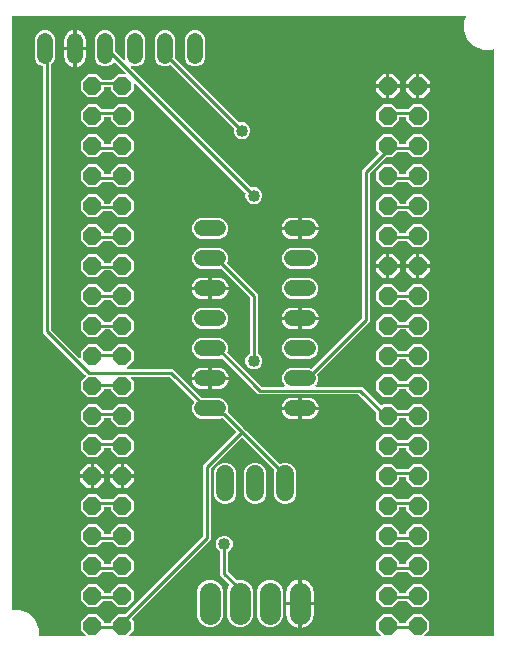
<source format=gbr>
G04 EAGLE Gerber RS-274X export*
G75*
%MOMM*%
%FSLAX34Y34*%
%LPD*%
%INTop Copper*%
%IPPOS*%
%AMOC8*
5,1,8,0,0,1.08239X$1,22.5*%
G01*
%ADD10P,1.649562X8X292.500000*%
%ADD11C,1.320800*%
%ADD12C,1.524000*%
%ADD13C,1.800000*%
%ADD14C,0.254000*%
%ADD15C,1.016000*%

G36*
X236971Y111772D02*
X236971Y111772D01*
X237043Y111774D01*
X237092Y111792D01*
X237143Y111800D01*
X237207Y111834D01*
X237274Y111859D01*
X237315Y111891D01*
X237361Y111916D01*
X237410Y111968D01*
X237466Y112012D01*
X237494Y112056D01*
X237530Y112094D01*
X237560Y112159D01*
X237599Y112219D01*
X237612Y112270D01*
X237634Y112317D01*
X237641Y112388D01*
X237659Y112458D01*
X237655Y112510D01*
X237661Y112561D01*
X237645Y112632D01*
X237640Y112703D01*
X237620Y112751D01*
X237608Y112802D01*
X237572Y112863D01*
X237544Y112929D01*
X237499Y112985D01*
X237482Y113013D01*
X237464Y113028D01*
X237439Y113060D01*
X233647Y116852D01*
X233647Y124848D01*
X239302Y130503D01*
X247298Y130503D01*
X252953Y124848D01*
X252953Y124064D01*
X252956Y124044D01*
X252954Y124025D01*
X252976Y123923D01*
X252992Y123821D01*
X253002Y123804D01*
X253006Y123784D01*
X253059Y123695D01*
X253108Y123604D01*
X253122Y123590D01*
X253132Y123573D01*
X253211Y123506D01*
X253286Y123434D01*
X253304Y123426D01*
X253319Y123413D01*
X253415Y123374D01*
X253509Y123331D01*
X253529Y123329D01*
X253547Y123321D01*
X253714Y123303D01*
X258286Y123303D01*
X258306Y123306D01*
X258325Y123304D01*
X258427Y123326D01*
X258529Y123342D01*
X258546Y123352D01*
X258566Y123356D01*
X258655Y123409D01*
X258746Y123458D01*
X258760Y123472D01*
X258777Y123482D01*
X258844Y123561D01*
X258916Y123636D01*
X258924Y123654D01*
X258937Y123669D01*
X258976Y123765D01*
X259019Y123859D01*
X259021Y123879D01*
X259029Y123897D01*
X259047Y124064D01*
X259047Y124848D01*
X264702Y130503D01*
X270517Y130503D01*
X270607Y130517D01*
X270698Y130525D01*
X270727Y130537D01*
X270759Y130542D01*
X270840Y130585D01*
X270924Y130621D01*
X270956Y130647D01*
X270977Y130658D01*
X270999Y130681D01*
X271055Y130726D01*
X336474Y196145D01*
X336527Y196219D01*
X336587Y196288D01*
X336599Y196319D01*
X336618Y196345D01*
X336645Y196432D01*
X336679Y196517D01*
X336683Y196558D01*
X336690Y196580D01*
X336689Y196612D01*
X336697Y196683D01*
X336697Y256368D01*
X364791Y284462D01*
X364803Y284478D01*
X364818Y284490D01*
X364874Y284578D01*
X364934Y284661D01*
X364940Y284680D01*
X364951Y284697D01*
X364976Y284798D01*
X365007Y284897D01*
X365006Y284916D01*
X365011Y284936D01*
X365003Y285039D01*
X365000Y285142D01*
X364994Y285161D01*
X364992Y285181D01*
X364952Y285276D01*
X364916Y285373D01*
X364904Y285389D01*
X364896Y285407D01*
X364791Y285538D01*
X353855Y296474D01*
X353781Y296527D01*
X353712Y296587D01*
X353681Y296599D01*
X353655Y296618D01*
X353568Y296645D01*
X353483Y296679D01*
X353442Y296683D01*
X353420Y296690D01*
X353388Y296689D01*
X353317Y296697D01*
X352663Y296697D01*
X352598Y296687D01*
X352532Y296686D01*
X352452Y296663D01*
X352420Y296658D01*
X352403Y296648D01*
X352371Y296639D01*
X351222Y296163D01*
X334578Y296163D01*
X331404Y297478D01*
X328974Y299908D01*
X327659Y303082D01*
X327659Y306518D01*
X328974Y309692D01*
X329267Y309985D01*
X329279Y310002D01*
X329294Y310014D01*
X329351Y310101D01*
X329411Y310185D01*
X329417Y310204D01*
X329427Y310221D01*
X329453Y310321D01*
X329483Y310420D01*
X329483Y310440D01*
X329487Y310459D01*
X329479Y310562D01*
X329477Y310666D01*
X329470Y310685D01*
X329468Y310705D01*
X329428Y310800D01*
X329392Y310897D01*
X329380Y310913D01*
X329372Y310931D01*
X329267Y311062D01*
X308855Y331474D01*
X308781Y331527D01*
X308712Y331587D01*
X308681Y331599D01*
X308655Y331618D01*
X308568Y331645D01*
X308483Y331679D01*
X308442Y331683D01*
X308420Y331690D01*
X308388Y331689D01*
X308317Y331697D01*
X276542Y331697D01*
X276471Y331686D01*
X276399Y331684D01*
X276350Y331666D01*
X276299Y331658D01*
X276235Y331624D01*
X276168Y331599D01*
X276127Y331567D01*
X276081Y331542D01*
X276032Y331490D01*
X275976Y331446D01*
X275948Y331402D01*
X275912Y331364D01*
X275882Y331299D01*
X275843Y331239D01*
X275830Y331188D01*
X275808Y331141D01*
X275801Y331070D01*
X275783Y331000D01*
X275787Y330948D01*
X275781Y330897D01*
X275797Y330826D01*
X275802Y330755D01*
X275822Y330707D01*
X275834Y330656D01*
X275870Y330595D01*
X275898Y330529D01*
X275943Y330473D01*
X275960Y330445D01*
X275978Y330430D01*
X276003Y330398D01*
X278353Y328048D01*
X278353Y320052D01*
X272698Y314397D01*
X264702Y314397D01*
X259047Y320052D01*
X259047Y320936D01*
X259044Y320956D01*
X259046Y320975D01*
X259024Y321077D01*
X259008Y321179D01*
X258998Y321196D01*
X258994Y321216D01*
X258941Y321305D01*
X258892Y321396D01*
X258878Y321410D01*
X258868Y321427D01*
X258789Y321494D01*
X258714Y321566D01*
X258696Y321574D01*
X258681Y321587D01*
X258585Y321626D01*
X258491Y321669D01*
X258471Y321671D01*
X258453Y321679D01*
X258286Y321697D01*
X253714Y321697D01*
X253694Y321694D01*
X253675Y321696D01*
X253573Y321674D01*
X253471Y321658D01*
X253454Y321648D01*
X253434Y321644D01*
X253345Y321591D01*
X253254Y321542D01*
X253240Y321528D01*
X253223Y321518D01*
X253156Y321439D01*
X253084Y321364D01*
X253076Y321346D01*
X253063Y321331D01*
X253024Y321235D01*
X252981Y321141D01*
X252979Y321121D01*
X252971Y321103D01*
X252953Y320936D01*
X252953Y320052D01*
X247298Y314397D01*
X239302Y314397D01*
X233647Y320052D01*
X233647Y328048D01*
X237426Y331827D01*
X237437Y331843D01*
X237453Y331855D01*
X237509Y331943D01*
X237569Y332027D01*
X237575Y332046D01*
X237586Y332062D01*
X237611Y332163D01*
X237642Y332262D01*
X237641Y332282D01*
X237646Y332301D01*
X237638Y332404D01*
X237635Y332508D01*
X237628Y332526D01*
X237627Y332546D01*
X237587Y332641D01*
X237551Y332739D01*
X237538Y332754D01*
X237531Y332772D01*
X237426Y332903D01*
X201697Y368632D01*
X201697Y593761D01*
X201678Y593876D01*
X201661Y593992D01*
X201659Y593998D01*
X201658Y594004D01*
X201603Y594107D01*
X201550Y594212D01*
X201545Y594216D01*
X201542Y594222D01*
X201458Y594301D01*
X201374Y594384D01*
X201368Y594388D01*
X201364Y594391D01*
X201347Y594399D01*
X201227Y594465D01*
X198308Y595674D01*
X195878Y598104D01*
X194563Y601278D01*
X194563Y617922D01*
X195878Y621096D01*
X198308Y623526D01*
X201482Y624841D01*
X204918Y624841D01*
X208092Y623526D01*
X210522Y621096D01*
X211837Y617922D01*
X211837Y601278D01*
X210522Y598104D01*
X208526Y596107D01*
X208473Y596034D01*
X208413Y595964D01*
X208401Y595934D01*
X208382Y595908D01*
X208355Y595821D01*
X208321Y595736D01*
X208317Y595695D01*
X208310Y595673D01*
X208311Y595640D01*
X208303Y595569D01*
X208303Y371683D01*
X208317Y371593D01*
X208325Y371502D01*
X208337Y371473D01*
X208342Y371441D01*
X208385Y371360D01*
X208421Y371276D01*
X208447Y371244D01*
X208458Y371223D01*
X208481Y371201D01*
X208526Y371145D01*
X232348Y347323D01*
X232406Y347281D01*
X232458Y347232D01*
X232505Y347210D01*
X232547Y347179D01*
X232616Y347158D01*
X232681Y347128D01*
X232733Y347122D01*
X232783Y347107D01*
X232854Y347109D01*
X232925Y347101D01*
X232976Y347112D01*
X233028Y347113D01*
X233096Y347138D01*
X233166Y347153D01*
X233211Y347180D01*
X233259Y347198D01*
X233315Y347243D01*
X233377Y347280D01*
X233411Y347319D01*
X233451Y347352D01*
X233490Y347412D01*
X233537Y347466D01*
X233556Y347515D01*
X233584Y347559D01*
X233602Y347628D01*
X233629Y347695D01*
X233637Y347766D01*
X233645Y347797D01*
X233643Y347820D01*
X233647Y347861D01*
X233647Y353448D01*
X239302Y359103D01*
X247298Y359103D01*
X252875Y353526D01*
X252949Y353473D01*
X253019Y353413D01*
X253049Y353401D01*
X253075Y353382D01*
X253162Y353355D01*
X253247Y353321D01*
X253288Y353317D01*
X253310Y353310D01*
X253342Y353311D01*
X253414Y353303D01*
X258586Y353303D01*
X258676Y353317D01*
X258767Y353325D01*
X258797Y353337D01*
X258829Y353342D01*
X258910Y353385D01*
X258994Y353421D01*
X259026Y353447D01*
X259047Y353458D01*
X259069Y353481D01*
X259125Y353526D01*
X264702Y359103D01*
X272698Y359103D01*
X278353Y353448D01*
X278353Y345452D01*
X272503Y339602D01*
X272461Y339544D01*
X272412Y339492D01*
X272390Y339445D01*
X272360Y339403D01*
X272339Y339334D01*
X272308Y339269D01*
X272303Y339217D01*
X272287Y339167D01*
X272289Y339096D01*
X272281Y339025D01*
X272292Y338974D01*
X272294Y338922D01*
X272318Y338854D01*
X272334Y338784D01*
X272360Y338739D01*
X272378Y338691D01*
X272423Y338635D01*
X272460Y338573D01*
X272499Y338539D01*
X272532Y338499D01*
X272592Y338460D01*
X272647Y338413D01*
X272695Y338394D01*
X272739Y338366D01*
X272808Y338348D01*
X272875Y338321D01*
X272946Y338313D01*
X272977Y338305D01*
X273001Y338307D01*
X273042Y338303D01*
X311368Y338303D01*
X336011Y313660D01*
X336085Y313607D01*
X336154Y313547D01*
X336185Y313535D01*
X336211Y313516D01*
X336298Y313489D01*
X336383Y313455D01*
X336424Y313451D01*
X336446Y313444D01*
X336478Y313445D01*
X336549Y313437D01*
X351222Y313437D01*
X354396Y312122D01*
X356826Y309692D01*
X358141Y306518D01*
X358141Y303082D01*
X357881Y302455D01*
X357854Y302341D01*
X357826Y302227D01*
X357826Y302221D01*
X357825Y302215D01*
X357836Y302099D01*
X357845Y301982D01*
X357847Y301977D01*
X357848Y301970D01*
X357896Y301862D01*
X357941Y301756D01*
X357946Y301750D01*
X357948Y301745D01*
X357961Y301731D01*
X358046Y301625D01*
X371145Y288526D01*
X373526Y286145D01*
X401729Y257942D01*
X401823Y257874D01*
X401918Y257804D01*
X401924Y257802D01*
X401929Y257798D01*
X402039Y257764D01*
X402151Y257728D01*
X402158Y257728D01*
X402164Y257726D01*
X402281Y257729D01*
X402397Y257730D01*
X402405Y257732D01*
X402410Y257732D01*
X402427Y257739D01*
X402559Y257777D01*
X404480Y258573D01*
X408320Y258573D01*
X411868Y257103D01*
X414583Y254388D01*
X416053Y250840D01*
X416053Y231760D01*
X414583Y228212D01*
X411868Y225497D01*
X408320Y224027D01*
X404480Y224027D01*
X400932Y225497D01*
X398217Y228212D01*
X396747Y231760D01*
X396747Y250840D01*
X397356Y252309D01*
X397366Y252352D01*
X397382Y252387D01*
X397389Y252449D01*
X397411Y252536D01*
X397410Y252542D01*
X397412Y252548D01*
X397406Y252606D01*
X397409Y252631D01*
X397400Y252672D01*
X397392Y252781D01*
X397389Y252787D01*
X397389Y252793D01*
X397360Y252858D01*
X397357Y252872D01*
X397345Y252892D01*
X397341Y252901D01*
X397296Y253008D01*
X397291Y253013D01*
X397289Y253018D01*
X397276Y253032D01*
X397191Y253139D01*
X370538Y279791D01*
X370522Y279803D01*
X370510Y279818D01*
X370438Y279864D01*
X370412Y279887D01*
X370397Y279893D01*
X370339Y279934D01*
X370320Y279940D01*
X370303Y279951D01*
X370202Y279976D01*
X370103Y280007D01*
X370084Y280006D01*
X370064Y280011D01*
X369961Y280003D01*
X369858Y280000D01*
X369839Y279994D01*
X369819Y279992D01*
X369724Y279952D01*
X369627Y279916D01*
X369611Y279904D01*
X369593Y279896D01*
X369531Y279846D01*
X369523Y279842D01*
X369514Y279833D01*
X369462Y279791D01*
X343526Y253855D01*
X343478Y253789D01*
X343471Y253781D01*
X343469Y253777D01*
X343413Y253712D01*
X343401Y253681D01*
X343382Y253655D01*
X343355Y253568D01*
X343321Y253483D01*
X343317Y253442D01*
X343310Y253420D01*
X343311Y253388D01*
X343303Y253317D01*
X343303Y193632D01*
X276974Y127303D01*
X276963Y127287D01*
X276947Y127275D01*
X276891Y127187D01*
X276831Y127104D01*
X276825Y127085D01*
X276814Y127068D01*
X276789Y126967D01*
X276758Y126869D01*
X276759Y126849D01*
X276754Y126829D01*
X276762Y126726D01*
X276765Y126623D01*
X276772Y126604D01*
X276773Y126584D01*
X276813Y126489D01*
X276849Y126392D01*
X276862Y126376D01*
X276869Y126358D01*
X276974Y126227D01*
X278353Y124848D01*
X278353Y116852D01*
X274561Y113060D01*
X274519Y113002D01*
X274470Y112950D01*
X274448Y112903D01*
X274418Y112861D01*
X274397Y112792D01*
X274366Y112727D01*
X274361Y112675D01*
X274345Y112625D01*
X274347Y112554D01*
X274339Y112483D01*
X274350Y112432D01*
X274352Y112380D01*
X274376Y112312D01*
X274392Y112242D01*
X274418Y112197D01*
X274436Y112149D01*
X274481Y112093D01*
X274518Y112031D01*
X274557Y111997D01*
X274590Y111957D01*
X274650Y111918D01*
X274705Y111871D01*
X274753Y111852D01*
X274797Y111824D01*
X274866Y111806D01*
X274933Y111779D01*
X275004Y111771D01*
X275035Y111763D01*
X275059Y111765D01*
X275100Y111761D01*
X486900Y111761D01*
X486971Y111772D01*
X487043Y111774D01*
X487092Y111792D01*
X487143Y111800D01*
X487207Y111834D01*
X487274Y111859D01*
X487315Y111891D01*
X487361Y111916D01*
X487410Y111968D01*
X487466Y112012D01*
X487494Y112056D01*
X487530Y112094D01*
X487560Y112159D01*
X487599Y112219D01*
X487612Y112270D01*
X487634Y112317D01*
X487641Y112388D01*
X487659Y112458D01*
X487655Y112510D01*
X487661Y112561D01*
X487645Y112632D01*
X487640Y112703D01*
X487620Y112751D01*
X487608Y112802D01*
X487572Y112863D01*
X487544Y112929D01*
X487499Y112985D01*
X487482Y113013D01*
X487464Y113028D01*
X487439Y113060D01*
X483647Y116852D01*
X483647Y124848D01*
X489302Y130503D01*
X497298Y130503D01*
X502953Y124848D01*
X502953Y124064D01*
X502956Y124044D01*
X502954Y124025D01*
X502976Y123923D01*
X502992Y123821D01*
X503002Y123804D01*
X503006Y123784D01*
X503059Y123695D01*
X503108Y123604D01*
X503122Y123590D01*
X503132Y123573D01*
X503211Y123506D01*
X503286Y123434D01*
X503304Y123426D01*
X503319Y123413D01*
X503415Y123374D01*
X503509Y123331D01*
X503529Y123329D01*
X503547Y123321D01*
X503714Y123303D01*
X508286Y123303D01*
X508306Y123306D01*
X508325Y123304D01*
X508427Y123326D01*
X508529Y123342D01*
X508546Y123352D01*
X508566Y123356D01*
X508655Y123409D01*
X508746Y123458D01*
X508760Y123472D01*
X508777Y123482D01*
X508844Y123561D01*
X508916Y123636D01*
X508924Y123654D01*
X508937Y123669D01*
X508976Y123765D01*
X509019Y123859D01*
X509021Y123879D01*
X509029Y123897D01*
X509047Y124064D01*
X509047Y124848D01*
X514702Y130503D01*
X522698Y130503D01*
X528353Y124848D01*
X528353Y116852D01*
X524561Y113060D01*
X524519Y113002D01*
X524470Y112950D01*
X524448Y112903D01*
X524418Y112861D01*
X524397Y112792D01*
X524366Y112727D01*
X524361Y112675D01*
X524345Y112625D01*
X524347Y112554D01*
X524339Y112483D01*
X524350Y112432D01*
X524352Y112380D01*
X524376Y112312D01*
X524392Y112242D01*
X524418Y112197D01*
X524436Y112149D01*
X524481Y112093D01*
X524518Y112031D01*
X524557Y111997D01*
X524590Y111957D01*
X524650Y111918D01*
X524705Y111871D01*
X524753Y111852D01*
X524797Y111824D01*
X524866Y111806D01*
X524933Y111779D01*
X525004Y111771D01*
X525035Y111763D01*
X525059Y111765D01*
X525100Y111761D01*
X582678Y111761D01*
X582698Y111764D01*
X582717Y111762D01*
X582819Y111784D01*
X582921Y111800D01*
X582938Y111810D01*
X582958Y111814D01*
X583047Y111867D01*
X583138Y111916D01*
X583152Y111930D01*
X583169Y111940D01*
X583236Y112019D01*
X583308Y112094D01*
X583316Y112112D01*
X583329Y112127D01*
X583368Y112223D01*
X583411Y112317D01*
X583413Y112337D01*
X583421Y112355D01*
X583439Y112522D01*
X583439Y608004D01*
X583432Y608049D01*
X583434Y608095D01*
X583412Y608170D01*
X583400Y608247D01*
X583378Y608287D01*
X583365Y608332D01*
X583321Y608396D01*
X583284Y608464D01*
X583251Y608496D01*
X583225Y608534D01*
X583162Y608580D01*
X583106Y608634D01*
X583065Y608653D01*
X583028Y608680D01*
X582953Y608704D01*
X582883Y608737D01*
X582837Y608742D01*
X582794Y608756D01*
X582716Y608756D01*
X582639Y608764D01*
X582594Y608755D01*
X582548Y608754D01*
X582417Y608716D01*
X582398Y608712D01*
X582394Y608709D01*
X582387Y608707D01*
X581860Y608489D01*
X573840Y608489D01*
X566430Y611559D01*
X560759Y617230D01*
X557689Y624640D01*
X557689Y632660D01*
X559233Y636387D01*
X559243Y636431D01*
X559263Y636473D01*
X559271Y636550D01*
X559289Y636626D01*
X559285Y636672D01*
X559290Y636717D01*
X559273Y636794D01*
X559266Y636871D01*
X559247Y636913D01*
X559238Y636958D01*
X559198Y637025D01*
X559166Y637096D01*
X559135Y637130D01*
X559111Y637169D01*
X559052Y637220D01*
X559000Y637277D01*
X558959Y637299D01*
X558924Y637329D01*
X558852Y637358D01*
X558784Y637395D01*
X558739Y637404D01*
X558696Y637421D01*
X558560Y637436D01*
X558542Y637439D01*
X558537Y637438D01*
X558530Y637439D01*
X176022Y637439D01*
X176002Y637436D01*
X175983Y637438D01*
X175881Y637416D01*
X175779Y637400D01*
X175762Y637390D01*
X175742Y637386D01*
X175653Y637333D01*
X175562Y637284D01*
X175548Y637270D01*
X175531Y637260D01*
X175464Y637181D01*
X175392Y637106D01*
X175384Y637088D01*
X175371Y637073D01*
X175332Y636977D01*
X175289Y636883D01*
X175287Y636863D01*
X175279Y636845D01*
X175261Y636678D01*
X175261Y135222D01*
X175264Y135202D01*
X175262Y135183D01*
X175284Y135081D01*
X175300Y134979D01*
X175310Y134962D01*
X175314Y134942D01*
X175367Y134853D01*
X175416Y134762D01*
X175430Y134748D01*
X175440Y134731D01*
X175519Y134664D01*
X175594Y134592D01*
X175612Y134584D01*
X175627Y134571D01*
X175723Y134532D01*
X175817Y134489D01*
X175837Y134487D01*
X175855Y134479D01*
X176022Y134461D01*
X181810Y134461D01*
X189220Y131391D01*
X194891Y125720D01*
X197961Y118310D01*
X197961Y112522D01*
X197964Y112502D01*
X197962Y112483D01*
X197984Y112381D01*
X198000Y112279D01*
X198010Y112262D01*
X198014Y112242D01*
X198067Y112153D01*
X198116Y112062D01*
X198130Y112048D01*
X198140Y112031D01*
X198219Y111964D01*
X198294Y111892D01*
X198312Y111884D01*
X198327Y111871D01*
X198423Y111832D01*
X198517Y111789D01*
X198537Y111787D01*
X198555Y111779D01*
X198722Y111761D01*
X236900Y111761D01*
X236971Y111772D01*
G37*
%LPC*%
G36*
X489302Y288997D02*
X489302Y288997D01*
X483647Y294652D01*
X483647Y301367D01*
X483633Y301457D01*
X483625Y301548D01*
X483613Y301577D01*
X483608Y301609D01*
X483565Y301690D01*
X483529Y301774D01*
X483503Y301806D01*
X483492Y301827D01*
X483469Y301849D01*
X483424Y301905D01*
X468855Y316474D01*
X468781Y316527D01*
X468712Y316587D01*
X468681Y316599D01*
X468655Y316618D01*
X468568Y316645D01*
X468483Y316679D01*
X468442Y316683D01*
X468420Y316690D01*
X468388Y316689D01*
X468317Y316697D01*
X383632Y316697D01*
X353098Y347232D01*
X353004Y347299D01*
X352909Y347369D01*
X352903Y347371D01*
X352898Y347375D01*
X352787Y347409D01*
X352675Y347446D01*
X352669Y347446D01*
X352663Y347447D01*
X352546Y347444D01*
X352429Y347443D01*
X352422Y347441D01*
X352417Y347441D01*
X352399Y347435D01*
X352268Y347397D01*
X351222Y346963D01*
X334578Y346963D01*
X331404Y348278D01*
X328974Y350708D01*
X327659Y353882D01*
X327659Y357318D01*
X328974Y360492D01*
X331404Y362922D01*
X334578Y364237D01*
X351222Y364237D01*
X354396Y362922D01*
X356826Y360492D01*
X358141Y357318D01*
X358141Y353882D01*
X357646Y352689D01*
X357620Y352575D01*
X357591Y352462D01*
X357592Y352455D01*
X357590Y352449D01*
X357601Y352333D01*
X357610Y352217D01*
X357613Y352211D01*
X357613Y352204D01*
X357661Y352097D01*
X357707Y351990D01*
X357711Y351984D01*
X357713Y351980D01*
X357726Y351966D01*
X357812Y351859D01*
X386145Y323526D01*
X386219Y323473D01*
X386288Y323413D01*
X386319Y323401D01*
X386345Y323382D01*
X386432Y323355D01*
X386517Y323321D01*
X386558Y323317D01*
X386580Y323310D01*
X386612Y323311D01*
X386683Y323303D01*
X405341Y323303D01*
X405412Y323314D01*
X405484Y323316D01*
X405533Y323334D01*
X405584Y323342D01*
X405647Y323376D01*
X405715Y323401D01*
X405755Y323433D01*
X405801Y323458D01*
X405851Y323510D01*
X405907Y323554D01*
X405935Y323598D01*
X405971Y323636D01*
X406001Y323701D01*
X406040Y323761D01*
X406052Y323812D01*
X406074Y323859D01*
X406082Y323930D01*
X406100Y324000D01*
X406096Y324052D01*
X406101Y324103D01*
X406086Y324174D01*
X406081Y324245D01*
X406060Y324293D01*
X406049Y324344D01*
X406012Y324405D01*
X405984Y324471D01*
X405940Y324527D01*
X405923Y324555D01*
X405905Y324570D01*
X405880Y324602D01*
X405174Y325308D01*
X403859Y328482D01*
X403859Y331918D01*
X405174Y335092D01*
X407604Y337522D01*
X410778Y338837D01*
X427422Y338837D01*
X428185Y338521D01*
X428298Y338494D01*
X428412Y338465D01*
X428419Y338466D01*
X428425Y338464D01*
X428541Y338475D01*
X428658Y338484D01*
X428663Y338487D01*
X428670Y338487D01*
X428778Y338536D01*
X428884Y338581D01*
X428890Y338585D01*
X428894Y338587D01*
X428908Y338600D01*
X429015Y338686D01*
X471474Y381145D01*
X471527Y381219D01*
X471587Y381288D01*
X471599Y381319D01*
X471618Y381345D01*
X471645Y381432D01*
X471679Y381517D01*
X471683Y381558D01*
X471690Y381580D01*
X471689Y381612D01*
X471697Y381683D01*
X471697Y506368D01*
X485576Y520247D01*
X485587Y520263D01*
X485603Y520275D01*
X485659Y520363D01*
X485719Y520446D01*
X485725Y520465D01*
X485736Y520482D01*
X485761Y520583D01*
X485792Y520681D01*
X485791Y520701D01*
X485796Y520721D01*
X485788Y520824D01*
X485785Y520927D01*
X485778Y520946D01*
X485777Y520966D01*
X485737Y521061D01*
X485701Y521158D01*
X485688Y521174D01*
X485681Y521192D01*
X485576Y521323D01*
X483647Y523252D01*
X483647Y531248D01*
X489302Y536903D01*
X497298Y536903D01*
X502953Y531248D01*
X502953Y529064D01*
X502956Y529044D01*
X502954Y529025D01*
X502976Y528923D01*
X502992Y528821D01*
X503002Y528804D01*
X503006Y528784D01*
X503059Y528695D01*
X503108Y528604D01*
X503122Y528590D01*
X503132Y528573D01*
X503211Y528506D01*
X503286Y528434D01*
X503304Y528426D01*
X503319Y528413D01*
X503415Y528374D01*
X503509Y528331D01*
X503529Y528329D01*
X503547Y528321D01*
X503714Y528303D01*
X508286Y528303D01*
X508306Y528306D01*
X508325Y528304D01*
X508427Y528326D01*
X508529Y528342D01*
X508546Y528352D01*
X508566Y528356D01*
X508655Y528409D01*
X508746Y528458D01*
X508760Y528472D01*
X508777Y528482D01*
X508844Y528561D01*
X508916Y528636D01*
X508924Y528654D01*
X508937Y528669D01*
X508976Y528765D01*
X509019Y528859D01*
X509021Y528879D01*
X509029Y528897D01*
X509047Y529064D01*
X509047Y531248D01*
X514702Y536903D01*
X522698Y536903D01*
X528353Y531248D01*
X528353Y523252D01*
X522698Y517597D01*
X514702Y517597D01*
X510825Y521474D01*
X510751Y521527D01*
X510681Y521587D01*
X510651Y521599D01*
X510625Y521618D01*
X510538Y521645D01*
X510453Y521679D01*
X510412Y521683D01*
X510390Y521690D01*
X510358Y521689D01*
X510286Y521697D01*
X501714Y521697D01*
X501624Y521683D01*
X501533Y521675D01*
X501503Y521663D01*
X501471Y521658D01*
X501390Y521615D01*
X501306Y521579D01*
X501274Y521553D01*
X501253Y521542D01*
X501231Y521519D01*
X501175Y521474D01*
X497298Y517597D01*
X492583Y517597D01*
X492493Y517583D01*
X492402Y517575D01*
X492373Y517563D01*
X492341Y517558D01*
X492260Y517515D01*
X492176Y517479D01*
X492144Y517453D01*
X492123Y517442D01*
X492101Y517419D01*
X492045Y517374D01*
X478526Y503855D01*
X478473Y503781D01*
X478413Y503712D01*
X478401Y503681D01*
X478382Y503655D01*
X478355Y503568D01*
X478321Y503483D01*
X478317Y503442D01*
X478310Y503420D01*
X478311Y503388D01*
X478303Y503317D01*
X478303Y378632D01*
X476145Y376474D01*
X433894Y334224D01*
X433827Y334130D01*
X433756Y334035D01*
X433754Y334029D01*
X433751Y334024D01*
X433717Y333913D01*
X433680Y333801D01*
X433680Y333795D01*
X433678Y333789D01*
X433681Y333672D01*
X433683Y333555D01*
X433685Y333548D01*
X433685Y333543D01*
X433691Y333525D01*
X433729Y333394D01*
X434341Y331918D01*
X434341Y328482D01*
X433026Y325308D01*
X432320Y324602D01*
X432279Y324544D01*
X432229Y324492D01*
X432207Y324445D01*
X432177Y324403D01*
X432156Y324334D01*
X432126Y324269D01*
X432120Y324217D01*
X432105Y324167D01*
X432106Y324096D01*
X432099Y324025D01*
X432110Y323974D01*
X432111Y323922D01*
X432136Y323854D01*
X432151Y323784D01*
X432177Y323739D01*
X432195Y323691D01*
X432240Y323635D01*
X432277Y323573D01*
X432317Y323539D01*
X432349Y323499D01*
X432409Y323460D01*
X432464Y323413D01*
X432512Y323394D01*
X432556Y323366D01*
X432625Y323348D01*
X432692Y323321D01*
X432763Y323313D01*
X432794Y323305D01*
X432818Y323307D01*
X432859Y323303D01*
X471368Y323303D01*
X487297Y307374D01*
X487313Y307363D01*
X487325Y307347D01*
X487412Y307291D01*
X487496Y307231D01*
X487515Y307225D01*
X487532Y307214D01*
X487633Y307189D01*
X487731Y307158D01*
X487751Y307159D01*
X487771Y307154D01*
X487874Y307162D01*
X487977Y307165D01*
X487996Y307172D01*
X488016Y307173D01*
X488111Y307213D01*
X488208Y307249D01*
X488224Y307262D01*
X488242Y307269D01*
X488373Y307374D01*
X489302Y308303D01*
X497298Y308303D01*
X502075Y303526D01*
X502149Y303473D01*
X502219Y303413D01*
X502249Y303401D01*
X502275Y303382D01*
X502362Y303355D01*
X502447Y303321D01*
X502488Y303317D01*
X502510Y303310D01*
X502542Y303311D01*
X502614Y303303D01*
X509386Y303303D01*
X509476Y303317D01*
X509567Y303325D01*
X509597Y303337D01*
X509629Y303342D01*
X509710Y303385D01*
X509794Y303421D01*
X509826Y303447D01*
X509847Y303458D01*
X509869Y303481D01*
X509925Y303526D01*
X514702Y308303D01*
X522698Y308303D01*
X528353Y302648D01*
X528353Y294652D01*
X522698Y288997D01*
X514702Y288997D01*
X509047Y294652D01*
X509047Y295936D01*
X509044Y295956D01*
X509046Y295975D01*
X509024Y296077D01*
X509008Y296179D01*
X508998Y296196D01*
X508994Y296216D01*
X508941Y296305D01*
X508892Y296396D01*
X508878Y296410D01*
X508868Y296427D01*
X508789Y296494D01*
X508714Y296566D01*
X508696Y296574D01*
X508681Y296587D01*
X508585Y296626D01*
X508491Y296669D01*
X508471Y296671D01*
X508453Y296679D01*
X508286Y296697D01*
X503714Y296697D01*
X503694Y296694D01*
X503675Y296696D01*
X503573Y296674D01*
X503471Y296658D01*
X503454Y296648D01*
X503434Y296644D01*
X503345Y296591D01*
X503254Y296542D01*
X503240Y296528D01*
X503223Y296518D01*
X503156Y296439D01*
X503084Y296364D01*
X503076Y296346D01*
X503063Y296331D01*
X503024Y296235D01*
X502981Y296141D01*
X502979Y296121D01*
X502971Y296103D01*
X502953Y295936D01*
X502953Y294652D01*
X497298Y288997D01*
X489302Y288997D01*
G37*
%LPD*%
%LPC*%
G36*
X378585Y477887D02*
X378585Y477887D01*
X375971Y478970D01*
X373970Y480971D01*
X372887Y483585D01*
X372887Y486415D01*
X372993Y486671D01*
X373020Y486784D01*
X373049Y486898D01*
X373048Y486905D01*
X373050Y486911D01*
X373039Y487027D01*
X373030Y487143D01*
X373027Y487149D01*
X373027Y487155D01*
X372979Y487262D01*
X372933Y487370D01*
X372929Y487376D01*
X372927Y487380D01*
X372914Y487394D01*
X372828Y487501D01*
X279652Y580677D01*
X279594Y580719D01*
X279542Y580768D01*
X279495Y580790D01*
X279453Y580821D01*
X279384Y580842D01*
X279319Y580872D01*
X279267Y580878D01*
X279217Y580893D01*
X279146Y580891D01*
X279075Y580899D01*
X279024Y580888D01*
X278972Y580887D01*
X278904Y580862D01*
X278834Y580847D01*
X278790Y580820D01*
X278741Y580802D01*
X278685Y580757D01*
X278623Y580720D01*
X278589Y580681D01*
X278549Y580648D01*
X278510Y580588D01*
X278463Y580534D01*
X278444Y580485D01*
X278416Y580441D01*
X278398Y580372D01*
X278371Y580305D01*
X278363Y580234D01*
X278355Y580203D01*
X278357Y580180D01*
X278353Y580139D01*
X278353Y574052D01*
X272698Y568397D01*
X264702Y568397D01*
X259047Y574052D01*
X259047Y575936D01*
X259044Y575956D01*
X259046Y575975D01*
X259024Y576077D01*
X259008Y576179D01*
X258998Y576196D01*
X258994Y576216D01*
X258941Y576305D01*
X258892Y576396D01*
X258878Y576410D01*
X258868Y576427D01*
X258789Y576494D01*
X258714Y576566D01*
X258696Y576574D01*
X258681Y576587D01*
X258585Y576626D01*
X258491Y576669D01*
X258471Y576671D01*
X258453Y576679D01*
X258286Y576697D01*
X253714Y576697D01*
X253694Y576694D01*
X253675Y576696D01*
X253573Y576674D01*
X253471Y576658D01*
X253454Y576648D01*
X253434Y576644D01*
X253345Y576591D01*
X253254Y576542D01*
X253240Y576528D01*
X253223Y576518D01*
X253156Y576439D01*
X253084Y576364D01*
X253076Y576346D01*
X253063Y576331D01*
X253024Y576235D01*
X252981Y576141D01*
X252979Y576121D01*
X252971Y576103D01*
X252953Y575936D01*
X252953Y574052D01*
X247298Y568397D01*
X239302Y568397D01*
X233647Y574052D01*
X233647Y582048D01*
X239302Y587703D01*
X247298Y587703D01*
X251475Y583526D01*
X251549Y583473D01*
X251619Y583413D01*
X251649Y583401D01*
X251675Y583382D01*
X251762Y583355D01*
X251847Y583321D01*
X251888Y583317D01*
X251910Y583310D01*
X251942Y583311D01*
X252014Y583303D01*
X259986Y583303D01*
X260076Y583317D01*
X260167Y583325D01*
X260197Y583337D01*
X260229Y583342D01*
X260310Y583385D01*
X260394Y583421D01*
X260426Y583447D01*
X260447Y583458D01*
X260469Y583481D01*
X260525Y583526D01*
X264702Y587703D01*
X270789Y587703D01*
X270859Y587714D01*
X270931Y587716D01*
X270980Y587734D01*
X271031Y587742D01*
X271095Y587776D01*
X271162Y587801D01*
X271203Y587833D01*
X271249Y587858D01*
X271298Y587910D01*
X271354Y587954D01*
X271382Y587998D01*
X271418Y588036D01*
X271448Y588101D01*
X271487Y588161D01*
X271500Y588212D01*
X271522Y588259D01*
X271530Y588330D01*
X271547Y588400D01*
X271543Y588452D01*
X271549Y588503D01*
X271534Y588574D01*
X271528Y588645D01*
X271508Y588693D01*
X271497Y588744D01*
X271460Y588805D01*
X271432Y588871D01*
X271387Y588927D01*
X271370Y588955D01*
X271353Y588970D01*
X271327Y589002D01*
X262312Y598017D01*
X262296Y598029D01*
X262283Y598044D01*
X262196Y598101D01*
X262112Y598161D01*
X262093Y598167D01*
X262076Y598177D01*
X261976Y598203D01*
X261877Y598233D01*
X261857Y598233D01*
X261838Y598237D01*
X261735Y598229D01*
X261631Y598227D01*
X261612Y598220D01*
X261593Y598218D01*
X261498Y598178D01*
X261400Y598142D01*
X261385Y598130D01*
X261366Y598122D01*
X261235Y598017D01*
X258892Y595674D01*
X255718Y594359D01*
X252282Y594359D01*
X249108Y595674D01*
X246678Y598104D01*
X245363Y601278D01*
X245363Y617922D01*
X246678Y621096D01*
X249108Y623526D01*
X252282Y624841D01*
X255718Y624841D01*
X258892Y623526D01*
X261322Y621096D01*
X262637Y617922D01*
X262637Y607349D01*
X262651Y607259D01*
X262659Y607168D01*
X262671Y607139D01*
X262676Y607107D01*
X262719Y607026D01*
X262755Y606942D01*
X262781Y606910D01*
X262792Y606889D01*
X262815Y606867D01*
X262823Y606857D01*
X262831Y606844D01*
X262839Y606836D01*
X262860Y606811D01*
X269733Y599937D01*
X269812Y599881D01*
X269827Y599869D01*
X269869Y599832D01*
X269872Y599831D01*
X269887Y599818D01*
X269912Y599809D01*
X269933Y599794D01*
X270026Y599765D01*
X270117Y599730D01*
X270143Y599729D01*
X270168Y599721D01*
X270249Y599724D01*
X270264Y599722D01*
X270269Y599722D01*
X270278Y599723D01*
X270363Y599720D01*
X270388Y599727D01*
X270414Y599728D01*
X270503Y599760D01*
X270511Y599762D01*
X270517Y599764D01*
X270599Y599788D01*
X270621Y599803D01*
X270645Y599812D01*
X270720Y599872D01*
X270729Y599877D01*
X270733Y599882D01*
X270801Y599929D01*
X270817Y599950D01*
X270837Y599966D01*
X270887Y600043D01*
X270898Y600055D01*
X270903Y600066D01*
X270948Y600126D01*
X270956Y600151D01*
X270970Y600173D01*
X270991Y600255D01*
X271002Y600278D01*
X271004Y600298D01*
X271024Y600360D01*
X271024Y600386D01*
X271030Y600411D01*
X271025Y600484D01*
X271029Y600523D01*
X271022Y600553D01*
X271022Y600606D01*
X271013Y600637D01*
X271011Y600657D01*
X270998Y600687D01*
X270978Y600757D01*
X270977Y600763D01*
X270976Y600764D01*
X270975Y600767D01*
X270763Y601278D01*
X270763Y617922D01*
X272078Y621096D01*
X274508Y623526D01*
X277682Y624841D01*
X281118Y624841D01*
X284292Y623526D01*
X286722Y621096D01*
X288037Y617922D01*
X288037Y601278D01*
X286722Y598104D01*
X284292Y595674D01*
X281118Y594359D01*
X277682Y594359D01*
X277171Y594571D01*
X277076Y594593D01*
X276983Y594622D01*
X276957Y594621D01*
X276932Y594627D01*
X276835Y594618D01*
X276737Y594615D01*
X276713Y594606D01*
X276687Y594604D01*
X276598Y594565D01*
X276506Y594531D01*
X276486Y594515D01*
X276462Y594504D01*
X276390Y594438D01*
X276314Y594377D01*
X276300Y594355D01*
X276281Y594338D01*
X276234Y594253D01*
X276181Y594170D01*
X276175Y594145D01*
X276162Y594122D01*
X276145Y594026D01*
X276121Y593932D01*
X276123Y593906D01*
X276119Y593880D01*
X276133Y593784D01*
X276140Y593687D01*
X276150Y593663D01*
X276154Y593637D01*
X276198Y593550D01*
X276237Y593460D01*
X276257Y593435D01*
X276266Y593418D01*
X276289Y593394D01*
X276341Y593329D01*
X377499Y492172D01*
X377593Y492104D01*
X377688Y492034D01*
X377694Y492032D01*
X377699Y492028D01*
X377810Y491994D01*
X377922Y491957D01*
X377928Y491957D01*
X377934Y491956D01*
X378051Y491959D01*
X378168Y491960D01*
X378175Y491962D01*
X378180Y491962D01*
X378197Y491968D01*
X378329Y492007D01*
X378585Y492113D01*
X381415Y492113D01*
X384029Y491030D01*
X386030Y489029D01*
X387113Y486415D01*
X387113Y483585D01*
X386030Y480971D01*
X384029Y478970D01*
X381415Y477887D01*
X378585Y477887D01*
G37*
%LPD*%
%LPC*%
G36*
X378585Y337887D02*
X378585Y337887D01*
X375971Y338970D01*
X373970Y340971D01*
X372887Y343585D01*
X372887Y346415D01*
X373970Y349029D01*
X375971Y351030D01*
X376227Y351136D01*
X376326Y351197D01*
X376427Y351258D01*
X376431Y351262D01*
X376436Y351266D01*
X376510Y351355D01*
X376587Y351444D01*
X376589Y351450D01*
X376593Y351455D01*
X376635Y351563D01*
X376679Y351673D01*
X376680Y351680D01*
X376681Y351685D01*
X376682Y351703D01*
X376697Y351839D01*
X376697Y398317D01*
X376683Y398407D01*
X376675Y398498D01*
X376663Y398527D01*
X376658Y398559D01*
X376615Y398640D01*
X376579Y398724D01*
X376553Y398756D01*
X376542Y398777D01*
X376519Y398799D01*
X376474Y398855D01*
X352249Y423080D01*
X352155Y423148D01*
X352060Y423218D01*
X352054Y423220D01*
X352049Y423224D01*
X351939Y423258D01*
X351827Y423294D01*
X351820Y423294D01*
X351814Y423296D01*
X351698Y423293D01*
X351581Y423292D01*
X351573Y423290D01*
X351568Y423290D01*
X351551Y423283D01*
X351420Y423245D01*
X351222Y423163D01*
X334578Y423163D01*
X331404Y424478D01*
X328974Y426908D01*
X327659Y430082D01*
X327659Y433518D01*
X328974Y436692D01*
X331404Y439122D01*
X334578Y440437D01*
X351222Y440437D01*
X354396Y439122D01*
X356826Y436692D01*
X358141Y433518D01*
X358141Y430082D01*
X357295Y428040D01*
X357268Y427927D01*
X357240Y427813D01*
X357240Y427807D01*
X357239Y427801D01*
X357250Y427684D01*
X357259Y427568D01*
X357261Y427562D01*
X357262Y427556D01*
X357310Y427448D01*
X357355Y427342D01*
X357360Y427336D01*
X357362Y427331D01*
X357375Y427317D01*
X357460Y427211D01*
X383303Y401368D01*
X383303Y351839D01*
X383321Y351725D01*
X383339Y351608D01*
X383341Y351603D01*
X383342Y351597D01*
X383397Y351494D01*
X383450Y351389D01*
X383455Y351385D01*
X383458Y351379D01*
X383542Y351299D01*
X383626Y351217D01*
X383632Y351213D01*
X383636Y351210D01*
X383653Y351202D01*
X383773Y351136D01*
X384029Y351030D01*
X386030Y349029D01*
X387113Y346415D01*
X387113Y343585D01*
X386030Y340971D01*
X384029Y338970D01*
X381415Y337887D01*
X378585Y337887D01*
G37*
%LPD*%
%LPC*%
G36*
X366105Y119667D02*
X366105Y119667D01*
X362050Y121347D01*
X358947Y124450D01*
X357267Y128505D01*
X357267Y150895D01*
X358947Y154950D01*
X359125Y155128D01*
X359137Y155144D01*
X359152Y155156D01*
X359208Y155244D01*
X359269Y155327D01*
X359274Y155346D01*
X359285Y155363D01*
X359311Y155464D01*
X359341Y155562D01*
X359340Y155582D01*
X359345Y155602D01*
X359337Y155705D01*
X359335Y155808D01*
X359328Y155827D01*
X359326Y155847D01*
X359286Y155942D01*
X359250Y156039D01*
X359238Y156055D01*
X359230Y156073D01*
X359125Y156204D01*
X351697Y163632D01*
X351697Y183161D01*
X351679Y183275D01*
X351661Y183392D01*
X351659Y183397D01*
X351658Y183403D01*
X351603Y183506D01*
X351550Y183611D01*
X351545Y183615D01*
X351542Y183621D01*
X351458Y183701D01*
X351374Y183783D01*
X351368Y183787D01*
X351364Y183790D01*
X351347Y183798D01*
X351227Y183864D01*
X350971Y183970D01*
X348970Y185971D01*
X347887Y188585D01*
X347887Y191415D01*
X348970Y194029D01*
X350971Y196030D01*
X353585Y197113D01*
X356415Y197113D01*
X359029Y196030D01*
X361030Y194029D01*
X362113Y191415D01*
X362113Y188585D01*
X361030Y185971D01*
X359029Y183970D01*
X358773Y183864D01*
X358674Y183803D01*
X358573Y183742D01*
X358569Y183738D01*
X358564Y183734D01*
X358490Y183645D01*
X358413Y183556D01*
X358411Y183550D01*
X358407Y183545D01*
X358365Y183437D01*
X358321Y183327D01*
X358320Y183320D01*
X358319Y183315D01*
X358318Y183297D01*
X358303Y183161D01*
X358303Y166683D01*
X358317Y166593D01*
X358325Y166502D01*
X358337Y166473D01*
X358342Y166441D01*
X358385Y166360D01*
X358421Y166276D01*
X358447Y166244D01*
X358458Y166223D01*
X358481Y166201D01*
X358526Y166145D01*
X364920Y159750D01*
X365015Y159682D01*
X365109Y159612D01*
X365115Y159611D01*
X365120Y159607D01*
X365231Y159573D01*
X365343Y159536D01*
X365349Y159536D01*
X365355Y159535D01*
X365472Y159538D01*
X365589Y159539D01*
X365596Y159541D01*
X365601Y159541D01*
X365618Y159547D01*
X365750Y159585D01*
X366105Y159733D01*
X370495Y159733D01*
X374550Y158053D01*
X377653Y154950D01*
X379333Y150895D01*
X379333Y128505D01*
X377653Y124450D01*
X374550Y121347D01*
X370495Y119667D01*
X366105Y119667D01*
G37*
%LPD*%
%LPC*%
G36*
X368585Y532887D02*
X368585Y532887D01*
X365971Y533970D01*
X363970Y535971D01*
X362887Y538585D01*
X362887Y541415D01*
X362993Y541671D01*
X363020Y541784D01*
X363049Y541898D01*
X363048Y541905D01*
X363050Y541911D01*
X363039Y542027D01*
X363030Y542144D01*
X363027Y542149D01*
X363027Y542156D01*
X362979Y542263D01*
X362933Y542370D01*
X362929Y542376D01*
X362927Y542380D01*
X362914Y542394D01*
X362828Y542501D01*
X310026Y595304D01*
X309931Y595371D01*
X309837Y595442D01*
X309831Y595443D01*
X309826Y595447D01*
X309715Y595481D01*
X309603Y595518D01*
X309597Y595518D01*
X309591Y595519D01*
X309474Y595516D01*
X309357Y595515D01*
X309350Y595513D01*
X309345Y595513D01*
X309327Y595507D01*
X309196Y595469D01*
X306518Y594359D01*
X303082Y594359D01*
X299908Y595674D01*
X297478Y598104D01*
X296163Y601278D01*
X296163Y617922D01*
X297478Y621096D01*
X299908Y623526D01*
X303082Y624841D01*
X306518Y624841D01*
X309692Y623526D01*
X312122Y621096D01*
X313437Y617922D01*
X313437Y601549D01*
X313451Y601459D01*
X313459Y601368D01*
X313471Y601339D01*
X313476Y601307D01*
X313519Y601226D01*
X313555Y601142D01*
X313581Y601110D01*
X313592Y601089D01*
X313615Y601067D01*
X313660Y601011D01*
X367499Y547172D01*
X367594Y547103D01*
X367688Y547034D01*
X367694Y547032D01*
X367699Y547028D01*
X367810Y546994D01*
X367922Y546957D01*
X367928Y546957D01*
X367934Y546956D01*
X368051Y546959D01*
X368168Y546960D01*
X368175Y546962D01*
X368180Y546962D01*
X368197Y546968D01*
X368329Y547007D01*
X368585Y547113D01*
X371415Y547113D01*
X374029Y546030D01*
X376030Y544029D01*
X377113Y541415D01*
X377113Y538585D01*
X376030Y535971D01*
X374029Y533970D01*
X371415Y532887D01*
X368585Y532887D01*
G37*
%LPD*%
%LPC*%
G36*
X391505Y119667D02*
X391505Y119667D01*
X387450Y121347D01*
X384347Y124450D01*
X382667Y128505D01*
X382667Y150895D01*
X384347Y154950D01*
X387450Y158053D01*
X391505Y159733D01*
X395895Y159733D01*
X399950Y158053D01*
X403053Y154950D01*
X404733Y150895D01*
X404733Y128505D01*
X403053Y124450D01*
X399950Y121347D01*
X395895Y119667D01*
X391505Y119667D01*
G37*
%LPD*%
%LPC*%
G36*
X340705Y119667D02*
X340705Y119667D01*
X336650Y121347D01*
X333547Y124450D01*
X331867Y128505D01*
X331867Y150895D01*
X333547Y154950D01*
X336650Y158053D01*
X340705Y159733D01*
X345095Y159733D01*
X349150Y158053D01*
X352253Y154950D01*
X353933Y150895D01*
X353933Y128505D01*
X352253Y124450D01*
X349150Y121347D01*
X345095Y119667D01*
X340705Y119667D01*
G37*
%LPD*%
%LPC*%
G36*
X489302Y212797D02*
X489302Y212797D01*
X483647Y218452D01*
X483647Y226448D01*
X489302Y232103D01*
X497298Y232103D01*
X500875Y228526D01*
X500949Y228473D01*
X501019Y228413D01*
X501049Y228401D01*
X501075Y228382D01*
X501162Y228355D01*
X501247Y228321D01*
X501288Y228317D01*
X501310Y228310D01*
X501342Y228311D01*
X501414Y228303D01*
X510586Y228303D01*
X510676Y228317D01*
X510767Y228325D01*
X510797Y228337D01*
X510829Y228342D01*
X510910Y228385D01*
X510994Y228421D01*
X511026Y228447D01*
X511047Y228458D01*
X511069Y228481D01*
X511125Y228526D01*
X514702Y232103D01*
X522698Y232103D01*
X528353Y226448D01*
X528353Y218452D01*
X522698Y212797D01*
X514702Y212797D01*
X509047Y218452D01*
X509047Y220936D01*
X509044Y220956D01*
X509046Y220975D01*
X509024Y221077D01*
X509008Y221179D01*
X508998Y221196D01*
X508994Y221216D01*
X508941Y221305D01*
X508892Y221396D01*
X508878Y221410D01*
X508868Y221427D01*
X508789Y221494D01*
X508714Y221566D01*
X508696Y221574D01*
X508681Y221587D01*
X508585Y221626D01*
X508491Y221669D01*
X508471Y221671D01*
X508453Y221679D01*
X508286Y221697D01*
X503714Y221697D01*
X503694Y221694D01*
X503675Y221696D01*
X503573Y221674D01*
X503471Y221658D01*
X503454Y221648D01*
X503434Y221644D01*
X503345Y221591D01*
X503254Y221542D01*
X503240Y221528D01*
X503223Y221518D01*
X503156Y221439D01*
X503084Y221364D01*
X503076Y221346D01*
X503063Y221331D01*
X503024Y221235D01*
X502981Y221141D01*
X502979Y221121D01*
X502971Y221103D01*
X502953Y220936D01*
X502953Y218452D01*
X497298Y212797D01*
X489302Y212797D01*
G37*
%LPD*%
%LPC*%
G36*
X239302Y212797D02*
X239302Y212797D01*
X233647Y218452D01*
X233647Y226448D01*
X239302Y232103D01*
X247298Y232103D01*
X250875Y228526D01*
X250949Y228473D01*
X251019Y228413D01*
X251049Y228401D01*
X251075Y228382D01*
X251162Y228355D01*
X251247Y228321D01*
X251288Y228317D01*
X251310Y228310D01*
X251342Y228311D01*
X251414Y228303D01*
X260586Y228303D01*
X260676Y228317D01*
X260767Y228325D01*
X260797Y228337D01*
X260829Y228342D01*
X260910Y228385D01*
X260994Y228421D01*
X261026Y228447D01*
X261047Y228458D01*
X261069Y228481D01*
X261125Y228526D01*
X264702Y232103D01*
X272698Y232103D01*
X278353Y226448D01*
X278353Y218452D01*
X272698Y212797D01*
X264702Y212797D01*
X259047Y218452D01*
X259047Y220936D01*
X259044Y220956D01*
X259046Y220975D01*
X259024Y221077D01*
X259008Y221179D01*
X258998Y221196D01*
X258994Y221216D01*
X258941Y221305D01*
X258892Y221396D01*
X258878Y221410D01*
X258868Y221427D01*
X258789Y221494D01*
X258714Y221566D01*
X258696Y221574D01*
X258681Y221587D01*
X258585Y221626D01*
X258491Y221669D01*
X258471Y221671D01*
X258453Y221679D01*
X258286Y221697D01*
X253714Y221697D01*
X253694Y221694D01*
X253675Y221696D01*
X253573Y221674D01*
X253471Y221658D01*
X253454Y221648D01*
X253434Y221644D01*
X253345Y221591D01*
X253254Y221542D01*
X253240Y221528D01*
X253223Y221518D01*
X253156Y221439D01*
X253084Y221364D01*
X253076Y221346D01*
X253063Y221331D01*
X253024Y221235D01*
X252981Y221141D01*
X252979Y221121D01*
X252971Y221103D01*
X252953Y220936D01*
X252953Y218452D01*
X247298Y212797D01*
X239302Y212797D01*
G37*
%LPD*%
%LPC*%
G36*
X239302Y542997D02*
X239302Y542997D01*
X233647Y548652D01*
X233647Y556648D01*
X239302Y562303D01*
X247298Y562303D01*
X251075Y558526D01*
X251149Y558473D01*
X251219Y558413D01*
X251249Y558401D01*
X251275Y558382D01*
X251362Y558355D01*
X251447Y558321D01*
X251488Y558317D01*
X251510Y558310D01*
X251542Y558311D01*
X251614Y558303D01*
X260386Y558303D01*
X260476Y558317D01*
X260567Y558325D01*
X260597Y558337D01*
X260629Y558342D01*
X260710Y558385D01*
X260794Y558421D01*
X260826Y558447D01*
X260847Y558458D01*
X260869Y558481D01*
X260925Y558526D01*
X264702Y562303D01*
X272698Y562303D01*
X278353Y556648D01*
X278353Y548652D01*
X272698Y542997D01*
X264702Y542997D01*
X259047Y548652D01*
X259047Y550936D01*
X259044Y550956D01*
X259046Y550975D01*
X259024Y551077D01*
X259008Y551179D01*
X258998Y551196D01*
X258994Y551216D01*
X258941Y551305D01*
X258892Y551396D01*
X258878Y551410D01*
X258868Y551427D01*
X258789Y551494D01*
X258714Y551566D01*
X258696Y551574D01*
X258681Y551587D01*
X258585Y551626D01*
X258491Y551669D01*
X258471Y551671D01*
X258453Y551679D01*
X258286Y551697D01*
X253714Y551697D01*
X253694Y551694D01*
X253675Y551696D01*
X253573Y551674D01*
X253471Y551658D01*
X253454Y551648D01*
X253434Y551644D01*
X253345Y551591D01*
X253254Y551542D01*
X253240Y551528D01*
X253223Y551518D01*
X253156Y551439D01*
X253084Y551364D01*
X253076Y551346D01*
X253063Y551331D01*
X253024Y551235D01*
X252981Y551141D01*
X252979Y551121D01*
X252971Y551103D01*
X252953Y550936D01*
X252953Y548652D01*
X247298Y542997D01*
X239302Y542997D01*
G37*
%LPD*%
%LPC*%
G36*
X489302Y542997D02*
X489302Y542997D01*
X483647Y548652D01*
X483647Y556648D01*
X489302Y562303D01*
X497298Y562303D01*
X501075Y558526D01*
X501149Y558473D01*
X501219Y558413D01*
X501249Y558401D01*
X501275Y558382D01*
X501362Y558355D01*
X501447Y558321D01*
X501488Y558317D01*
X501510Y558310D01*
X501542Y558311D01*
X501614Y558303D01*
X510386Y558303D01*
X510476Y558317D01*
X510567Y558325D01*
X510597Y558337D01*
X510629Y558342D01*
X510710Y558385D01*
X510794Y558421D01*
X510826Y558447D01*
X510847Y558458D01*
X510869Y558481D01*
X510925Y558526D01*
X514702Y562303D01*
X522698Y562303D01*
X528353Y556648D01*
X528353Y548652D01*
X522698Y542997D01*
X514702Y542997D01*
X509047Y548652D01*
X509047Y550936D01*
X509044Y550956D01*
X509046Y550975D01*
X509024Y551077D01*
X509008Y551179D01*
X508998Y551196D01*
X508994Y551216D01*
X508941Y551305D01*
X508892Y551396D01*
X508878Y551410D01*
X508868Y551427D01*
X508789Y551494D01*
X508714Y551566D01*
X508696Y551574D01*
X508681Y551587D01*
X508585Y551626D01*
X508491Y551669D01*
X508471Y551671D01*
X508453Y551679D01*
X508286Y551697D01*
X503714Y551697D01*
X503694Y551694D01*
X503675Y551696D01*
X503573Y551674D01*
X503471Y551658D01*
X503454Y551648D01*
X503434Y551644D01*
X503345Y551591D01*
X503254Y551542D01*
X503240Y551528D01*
X503223Y551518D01*
X503156Y551439D01*
X503084Y551364D01*
X503076Y551346D01*
X503063Y551331D01*
X503024Y551235D01*
X502981Y551141D01*
X502979Y551121D01*
X502971Y551103D01*
X502953Y550936D01*
X502953Y548652D01*
X497298Y542997D01*
X489302Y542997D01*
G37*
%LPD*%
%LPC*%
G36*
X239302Y517597D02*
X239302Y517597D01*
X233647Y523252D01*
X233647Y531248D01*
X239302Y536903D01*
X247298Y536903D01*
X252953Y531248D01*
X252953Y529064D01*
X252956Y529044D01*
X252954Y529025D01*
X252976Y528923D01*
X252992Y528821D01*
X253002Y528804D01*
X253006Y528784D01*
X253059Y528695D01*
X253108Y528604D01*
X253122Y528590D01*
X253132Y528573D01*
X253211Y528506D01*
X253286Y528434D01*
X253304Y528426D01*
X253319Y528413D01*
X253415Y528374D01*
X253509Y528331D01*
X253529Y528329D01*
X253547Y528321D01*
X253714Y528303D01*
X258286Y528303D01*
X258306Y528306D01*
X258325Y528304D01*
X258427Y528326D01*
X258529Y528342D01*
X258546Y528352D01*
X258566Y528356D01*
X258655Y528409D01*
X258746Y528458D01*
X258760Y528472D01*
X258777Y528482D01*
X258844Y528561D01*
X258916Y528636D01*
X258924Y528654D01*
X258937Y528669D01*
X258976Y528765D01*
X259019Y528859D01*
X259021Y528879D01*
X259029Y528897D01*
X259047Y529064D01*
X259047Y531248D01*
X264702Y536903D01*
X272698Y536903D01*
X278353Y531248D01*
X278353Y523252D01*
X272698Y517597D01*
X264702Y517597D01*
X260825Y521474D01*
X260751Y521527D01*
X260681Y521587D01*
X260651Y521599D01*
X260625Y521618D01*
X260538Y521645D01*
X260453Y521679D01*
X260412Y521683D01*
X260390Y521690D01*
X260358Y521689D01*
X260286Y521697D01*
X251714Y521697D01*
X251624Y521683D01*
X251533Y521675D01*
X251503Y521663D01*
X251471Y521658D01*
X251390Y521615D01*
X251306Y521579D01*
X251274Y521553D01*
X251253Y521542D01*
X251231Y521519D01*
X251175Y521474D01*
X247298Y517597D01*
X239302Y517597D01*
G37*
%LPD*%
%LPC*%
G36*
X489302Y238197D02*
X489302Y238197D01*
X483647Y243852D01*
X483647Y251848D01*
X489302Y257503D01*
X497298Y257503D01*
X501275Y253526D01*
X501349Y253473D01*
X501419Y253413D01*
X501449Y253401D01*
X501475Y253382D01*
X501562Y253355D01*
X501647Y253321D01*
X501688Y253317D01*
X501710Y253310D01*
X501742Y253311D01*
X501814Y253303D01*
X510186Y253303D01*
X510276Y253317D01*
X510367Y253325D01*
X510397Y253337D01*
X510429Y253342D01*
X510510Y253385D01*
X510594Y253421D01*
X510626Y253447D01*
X510647Y253458D01*
X510669Y253481D01*
X510725Y253526D01*
X514702Y257503D01*
X522698Y257503D01*
X528353Y251848D01*
X528353Y243852D01*
X522698Y238197D01*
X514702Y238197D01*
X509047Y243852D01*
X509047Y245936D01*
X509044Y245956D01*
X509046Y245975D01*
X509024Y246077D01*
X509008Y246179D01*
X508998Y246196D01*
X508994Y246216D01*
X508941Y246305D01*
X508892Y246396D01*
X508878Y246410D01*
X508868Y246427D01*
X508789Y246494D01*
X508714Y246566D01*
X508696Y246574D01*
X508681Y246587D01*
X508585Y246626D01*
X508491Y246669D01*
X508471Y246671D01*
X508453Y246679D01*
X508286Y246697D01*
X503714Y246697D01*
X503694Y246694D01*
X503675Y246696D01*
X503573Y246674D01*
X503471Y246658D01*
X503454Y246648D01*
X503434Y246644D01*
X503345Y246591D01*
X503254Y246542D01*
X503240Y246528D01*
X503223Y246518D01*
X503156Y246439D01*
X503084Y246364D01*
X503076Y246346D01*
X503063Y246331D01*
X503024Y246235D01*
X502981Y246141D01*
X502979Y246121D01*
X502971Y246103D01*
X502953Y245936D01*
X502953Y243852D01*
X497298Y238197D01*
X489302Y238197D01*
G37*
%LPD*%
%LPC*%
G36*
X489302Y187397D02*
X489302Y187397D01*
X483647Y193052D01*
X483647Y201048D01*
X489302Y206703D01*
X497298Y206703D01*
X502953Y201048D01*
X502953Y199064D01*
X502956Y199044D01*
X502954Y199025D01*
X502976Y198923D01*
X502992Y198821D01*
X503002Y198804D01*
X503006Y198784D01*
X503059Y198695D01*
X503108Y198604D01*
X503122Y198590D01*
X503132Y198573D01*
X503211Y198506D01*
X503286Y198434D01*
X503304Y198426D01*
X503319Y198413D01*
X503415Y198374D01*
X503509Y198331D01*
X503529Y198329D01*
X503547Y198321D01*
X503714Y198303D01*
X508286Y198303D01*
X508306Y198306D01*
X508325Y198304D01*
X508427Y198326D01*
X508529Y198342D01*
X508546Y198352D01*
X508566Y198356D01*
X508655Y198409D01*
X508746Y198458D01*
X508760Y198472D01*
X508777Y198482D01*
X508844Y198561D01*
X508916Y198636D01*
X508924Y198654D01*
X508937Y198669D01*
X508976Y198765D01*
X509019Y198859D01*
X509021Y198879D01*
X509029Y198897D01*
X509047Y199064D01*
X509047Y201048D01*
X514702Y206703D01*
X522698Y206703D01*
X528353Y201048D01*
X528353Y193052D01*
X522698Y187397D01*
X514702Y187397D01*
X510625Y191474D01*
X510551Y191527D01*
X510481Y191587D01*
X510451Y191599D01*
X510425Y191618D01*
X510338Y191645D01*
X510253Y191679D01*
X510212Y191683D01*
X510190Y191690D01*
X510158Y191689D01*
X510086Y191697D01*
X501914Y191697D01*
X501824Y191683D01*
X501733Y191675D01*
X501703Y191663D01*
X501671Y191658D01*
X501590Y191615D01*
X501506Y191579D01*
X501474Y191553D01*
X501453Y191542D01*
X501449Y191537D01*
X501448Y191537D01*
X501430Y191518D01*
X501375Y191474D01*
X497298Y187397D01*
X489302Y187397D01*
G37*
%LPD*%
%LPC*%
G36*
X239302Y187397D02*
X239302Y187397D01*
X233647Y193052D01*
X233647Y201048D01*
X239302Y206703D01*
X247298Y206703D01*
X252953Y201048D01*
X252953Y199064D01*
X252956Y199044D01*
X252954Y199025D01*
X252976Y198923D01*
X252992Y198821D01*
X253002Y198804D01*
X253006Y198784D01*
X253059Y198695D01*
X253108Y198604D01*
X253122Y198590D01*
X253132Y198573D01*
X253211Y198506D01*
X253286Y198434D01*
X253304Y198426D01*
X253319Y198413D01*
X253415Y198374D01*
X253509Y198331D01*
X253529Y198329D01*
X253547Y198321D01*
X253714Y198303D01*
X258286Y198303D01*
X258306Y198306D01*
X258325Y198304D01*
X258427Y198326D01*
X258529Y198342D01*
X258546Y198352D01*
X258566Y198356D01*
X258655Y198409D01*
X258746Y198458D01*
X258760Y198472D01*
X258777Y198482D01*
X258844Y198561D01*
X258916Y198636D01*
X258924Y198654D01*
X258937Y198669D01*
X258976Y198765D01*
X259019Y198859D01*
X259021Y198879D01*
X259029Y198897D01*
X259047Y199064D01*
X259047Y201048D01*
X264702Y206703D01*
X272698Y206703D01*
X278353Y201048D01*
X278353Y193052D01*
X272698Y187397D01*
X264702Y187397D01*
X260625Y191474D01*
X260551Y191527D01*
X260481Y191587D01*
X260451Y191599D01*
X260425Y191618D01*
X260338Y191645D01*
X260253Y191679D01*
X260212Y191683D01*
X260190Y191690D01*
X260158Y191689D01*
X260086Y191697D01*
X251914Y191697D01*
X251824Y191683D01*
X251733Y191675D01*
X251703Y191663D01*
X251671Y191658D01*
X251590Y191615D01*
X251506Y191579D01*
X251474Y191553D01*
X251453Y191542D01*
X251449Y191537D01*
X251448Y191537D01*
X251430Y191518D01*
X251375Y191474D01*
X247298Y187397D01*
X239302Y187397D01*
G37*
%LPD*%
%LPC*%
G36*
X489302Y492197D02*
X489302Y492197D01*
X483647Y497852D01*
X483647Y505848D01*
X489302Y511503D01*
X497298Y511503D01*
X502953Y505848D01*
X502953Y504064D01*
X502956Y504044D01*
X502954Y504025D01*
X502976Y503923D01*
X502992Y503821D01*
X503002Y503804D01*
X503006Y503784D01*
X503059Y503695D01*
X503108Y503604D01*
X503122Y503590D01*
X503132Y503573D01*
X503211Y503506D01*
X503286Y503434D01*
X503304Y503426D01*
X503319Y503413D01*
X503415Y503374D01*
X503509Y503331D01*
X503529Y503329D01*
X503547Y503321D01*
X503714Y503303D01*
X508286Y503303D01*
X508306Y503306D01*
X508325Y503304D01*
X508427Y503326D01*
X508529Y503342D01*
X508546Y503352D01*
X508566Y503356D01*
X508655Y503409D01*
X508746Y503458D01*
X508760Y503472D01*
X508777Y503482D01*
X508844Y503561D01*
X508916Y503636D01*
X508924Y503654D01*
X508937Y503669D01*
X508975Y503765D01*
X509019Y503859D01*
X509021Y503879D01*
X509029Y503897D01*
X509047Y504064D01*
X509047Y505848D01*
X514702Y511503D01*
X522698Y511503D01*
X528353Y505848D01*
X528353Y497852D01*
X522698Y492197D01*
X514702Y492197D01*
X510425Y496474D01*
X510351Y496527D01*
X510281Y496587D01*
X510251Y496599D01*
X510225Y496618D01*
X510138Y496645D01*
X510053Y496679D01*
X510012Y496683D01*
X509990Y496690D01*
X509958Y496689D01*
X509886Y496697D01*
X502114Y496697D01*
X502024Y496683D01*
X501933Y496675D01*
X501903Y496663D01*
X501871Y496658D01*
X501790Y496615D01*
X501706Y496579D01*
X501674Y496553D01*
X501653Y496542D01*
X501631Y496519D01*
X501575Y496474D01*
X497298Y492197D01*
X489302Y492197D01*
G37*
%LPD*%
%LPC*%
G36*
X239302Y492197D02*
X239302Y492197D01*
X233647Y497852D01*
X233647Y505848D01*
X239302Y511503D01*
X247298Y511503D01*
X252953Y505848D01*
X252953Y504064D01*
X252956Y504044D01*
X252954Y504025D01*
X252976Y503923D01*
X252992Y503821D01*
X253002Y503804D01*
X253006Y503784D01*
X253059Y503695D01*
X253108Y503604D01*
X253122Y503590D01*
X253132Y503573D01*
X253211Y503506D01*
X253286Y503434D01*
X253304Y503426D01*
X253319Y503413D01*
X253415Y503374D01*
X253509Y503331D01*
X253529Y503329D01*
X253547Y503321D01*
X253714Y503303D01*
X258286Y503303D01*
X258306Y503306D01*
X258325Y503304D01*
X258427Y503326D01*
X258529Y503342D01*
X258546Y503352D01*
X258566Y503356D01*
X258655Y503409D01*
X258746Y503458D01*
X258760Y503472D01*
X258777Y503482D01*
X258844Y503561D01*
X258916Y503636D01*
X258924Y503654D01*
X258937Y503669D01*
X258975Y503765D01*
X259019Y503859D01*
X259021Y503879D01*
X259029Y503897D01*
X259047Y504064D01*
X259047Y505848D01*
X264702Y511503D01*
X272698Y511503D01*
X278353Y505848D01*
X278353Y497852D01*
X272698Y492197D01*
X264702Y492197D01*
X260425Y496474D01*
X260351Y496527D01*
X260281Y496587D01*
X260251Y496599D01*
X260225Y496618D01*
X260138Y496645D01*
X260053Y496679D01*
X260012Y496683D01*
X259990Y496690D01*
X259958Y496689D01*
X259886Y496697D01*
X252114Y496697D01*
X252024Y496683D01*
X251933Y496675D01*
X251903Y496663D01*
X251871Y496658D01*
X251790Y496615D01*
X251706Y496579D01*
X251674Y496553D01*
X251653Y496542D01*
X251631Y496519D01*
X251575Y496474D01*
X247298Y492197D01*
X239302Y492197D01*
G37*
%LPD*%
%LPC*%
G36*
X239302Y263597D02*
X239302Y263597D01*
X233647Y269252D01*
X233647Y277248D01*
X239302Y282903D01*
X247298Y282903D01*
X251675Y278526D01*
X251749Y278473D01*
X251819Y278413D01*
X251849Y278401D01*
X251875Y278382D01*
X251962Y278355D01*
X252047Y278321D01*
X252088Y278317D01*
X252110Y278310D01*
X252142Y278311D01*
X252214Y278303D01*
X259786Y278303D01*
X259876Y278317D01*
X259967Y278325D01*
X259997Y278337D01*
X260029Y278342D01*
X260110Y278385D01*
X260194Y278421D01*
X260226Y278447D01*
X260247Y278458D01*
X260269Y278481D01*
X260325Y278526D01*
X264702Y282903D01*
X272698Y282903D01*
X278353Y277248D01*
X278353Y269252D01*
X272698Y263597D01*
X264702Y263597D01*
X259047Y269252D01*
X259047Y270936D01*
X259044Y270956D01*
X259046Y270975D01*
X259024Y271077D01*
X259008Y271179D01*
X258998Y271196D01*
X258994Y271216D01*
X258941Y271305D01*
X258892Y271396D01*
X258878Y271410D01*
X258868Y271427D01*
X258789Y271494D01*
X258714Y271566D01*
X258696Y271574D01*
X258681Y271587D01*
X258585Y271626D01*
X258491Y271669D01*
X258471Y271671D01*
X258453Y271679D01*
X258286Y271697D01*
X253714Y271697D01*
X253694Y271694D01*
X253675Y271696D01*
X253573Y271674D01*
X253471Y271658D01*
X253454Y271648D01*
X253434Y271644D01*
X253345Y271591D01*
X253254Y271542D01*
X253240Y271528D01*
X253223Y271518D01*
X253156Y271439D01*
X253084Y271364D01*
X253076Y271346D01*
X253063Y271331D01*
X253024Y271235D01*
X252981Y271141D01*
X252979Y271121D01*
X252971Y271103D01*
X252953Y270936D01*
X252953Y269252D01*
X247298Y263597D01*
X239302Y263597D01*
G37*
%LPD*%
%LPC*%
G36*
X489302Y263597D02*
X489302Y263597D01*
X483647Y269252D01*
X483647Y277248D01*
X489302Y282903D01*
X497298Y282903D01*
X501675Y278526D01*
X501749Y278473D01*
X501819Y278413D01*
X501849Y278401D01*
X501875Y278382D01*
X501962Y278355D01*
X502047Y278321D01*
X502088Y278317D01*
X502110Y278310D01*
X502142Y278311D01*
X502214Y278303D01*
X509786Y278303D01*
X509877Y278317D01*
X509967Y278325D01*
X509997Y278337D01*
X510029Y278342D01*
X510110Y278385D01*
X510194Y278421D01*
X510226Y278447D01*
X510247Y278458D01*
X510269Y278481D01*
X510325Y278526D01*
X514702Y282903D01*
X522698Y282903D01*
X528353Y277248D01*
X528353Y269252D01*
X522698Y263597D01*
X514702Y263597D01*
X509047Y269252D01*
X509047Y270936D01*
X509044Y270956D01*
X509046Y270975D01*
X509024Y271077D01*
X509008Y271179D01*
X508998Y271196D01*
X508994Y271216D01*
X508941Y271305D01*
X508892Y271396D01*
X508878Y271410D01*
X508868Y271427D01*
X508789Y271494D01*
X508714Y271566D01*
X508696Y271574D01*
X508681Y271587D01*
X508585Y271626D01*
X508491Y271669D01*
X508471Y271671D01*
X508453Y271679D01*
X508286Y271697D01*
X503714Y271697D01*
X503694Y271694D01*
X503675Y271696D01*
X503573Y271674D01*
X503471Y271658D01*
X503454Y271648D01*
X503434Y271644D01*
X503345Y271591D01*
X503254Y271542D01*
X503240Y271528D01*
X503223Y271518D01*
X503156Y271439D01*
X503084Y271364D01*
X503076Y271346D01*
X503063Y271331D01*
X503024Y271235D01*
X502981Y271141D01*
X502979Y271121D01*
X502971Y271103D01*
X502953Y270936D01*
X502953Y269252D01*
X497298Y263597D01*
X489302Y263597D01*
G37*
%LPD*%
%LPC*%
G36*
X489302Y161997D02*
X489302Y161997D01*
X483647Y167652D01*
X483647Y175648D01*
X489302Y181303D01*
X497298Y181303D01*
X502953Y175648D01*
X502953Y174064D01*
X502956Y174044D01*
X502954Y174025D01*
X502976Y173923D01*
X502992Y173821D01*
X503002Y173804D01*
X503006Y173784D01*
X503059Y173695D01*
X503108Y173604D01*
X503122Y173590D01*
X503132Y173573D01*
X503211Y173506D01*
X503286Y173434D01*
X503304Y173426D01*
X503319Y173413D01*
X503415Y173374D01*
X503509Y173331D01*
X503529Y173329D01*
X503547Y173321D01*
X503714Y173303D01*
X508286Y173303D01*
X508306Y173306D01*
X508325Y173304D01*
X508427Y173326D01*
X508529Y173342D01*
X508546Y173352D01*
X508566Y173356D01*
X508655Y173409D01*
X508746Y173458D01*
X508760Y173472D01*
X508777Y173482D01*
X508844Y173561D01*
X508916Y173636D01*
X508924Y173654D01*
X508937Y173669D01*
X508976Y173765D01*
X509019Y173859D01*
X509021Y173879D01*
X509029Y173897D01*
X509047Y174064D01*
X509047Y175648D01*
X514702Y181303D01*
X522698Y181303D01*
X528353Y175648D01*
X528353Y167652D01*
X522698Y161997D01*
X514702Y161997D01*
X510225Y166474D01*
X510151Y166527D01*
X510081Y166587D01*
X510051Y166599D01*
X510025Y166618D01*
X509938Y166645D01*
X509853Y166679D01*
X509812Y166683D01*
X509790Y166690D01*
X509758Y166689D01*
X509686Y166697D01*
X502314Y166697D01*
X502224Y166683D01*
X502133Y166675D01*
X502103Y166663D01*
X502071Y166658D01*
X501990Y166615D01*
X501906Y166579D01*
X501874Y166553D01*
X501853Y166542D01*
X501831Y166519D01*
X501775Y166474D01*
X497298Y161997D01*
X489302Y161997D01*
G37*
%LPD*%
%LPC*%
G36*
X239302Y161997D02*
X239302Y161997D01*
X233647Y167652D01*
X233647Y175648D01*
X239302Y181303D01*
X247298Y181303D01*
X252953Y175648D01*
X252953Y174064D01*
X252956Y174044D01*
X252954Y174025D01*
X252976Y173923D01*
X252992Y173821D01*
X253002Y173804D01*
X253006Y173784D01*
X253059Y173695D01*
X253108Y173604D01*
X253122Y173590D01*
X253132Y173573D01*
X253211Y173506D01*
X253286Y173434D01*
X253304Y173426D01*
X253319Y173413D01*
X253415Y173374D01*
X253509Y173331D01*
X253529Y173329D01*
X253547Y173321D01*
X253714Y173303D01*
X258286Y173303D01*
X258306Y173306D01*
X258325Y173304D01*
X258427Y173326D01*
X258529Y173342D01*
X258546Y173352D01*
X258566Y173356D01*
X258655Y173409D01*
X258746Y173458D01*
X258760Y173472D01*
X258777Y173482D01*
X258844Y173561D01*
X258916Y173636D01*
X258924Y173654D01*
X258937Y173669D01*
X258976Y173765D01*
X259019Y173859D01*
X259021Y173879D01*
X259029Y173897D01*
X259047Y174064D01*
X259047Y175648D01*
X264702Y181303D01*
X272698Y181303D01*
X278353Y175648D01*
X278353Y167652D01*
X272698Y161997D01*
X264702Y161997D01*
X260225Y166474D01*
X260151Y166527D01*
X260081Y166587D01*
X260051Y166599D01*
X260025Y166618D01*
X259938Y166645D01*
X259853Y166679D01*
X259812Y166683D01*
X259790Y166690D01*
X259758Y166689D01*
X259686Y166697D01*
X252314Y166697D01*
X252224Y166683D01*
X252133Y166675D01*
X252103Y166663D01*
X252071Y166658D01*
X251990Y166615D01*
X251906Y166579D01*
X251874Y166553D01*
X251853Y166542D01*
X251831Y166519D01*
X251775Y166474D01*
X247298Y161997D01*
X239302Y161997D01*
G37*
%LPD*%
%LPC*%
G36*
X239302Y466797D02*
X239302Y466797D01*
X233647Y472452D01*
X233647Y480448D01*
X239302Y486103D01*
X247298Y486103D01*
X252953Y480448D01*
X252953Y479064D01*
X252956Y479044D01*
X252954Y479025D01*
X252976Y478923D01*
X252992Y478821D01*
X253002Y478804D01*
X253006Y478784D01*
X253059Y478695D01*
X253108Y478604D01*
X253122Y478590D01*
X253132Y478573D01*
X253211Y478506D01*
X253286Y478434D01*
X253304Y478426D01*
X253319Y478413D01*
X253415Y478374D01*
X253509Y478331D01*
X253529Y478329D01*
X253547Y478321D01*
X253714Y478303D01*
X258286Y478303D01*
X258306Y478306D01*
X258325Y478304D01*
X258427Y478326D01*
X258529Y478342D01*
X258546Y478352D01*
X258566Y478356D01*
X258655Y478409D01*
X258746Y478458D01*
X258760Y478472D01*
X258777Y478482D01*
X258844Y478561D01*
X258916Y478636D01*
X258924Y478654D01*
X258937Y478669D01*
X258976Y478765D01*
X259019Y478859D01*
X259021Y478879D01*
X259029Y478897D01*
X259047Y479064D01*
X259047Y480448D01*
X264702Y486103D01*
X272698Y486103D01*
X278353Y480448D01*
X278353Y472452D01*
X272698Y466797D01*
X264702Y466797D01*
X260025Y471474D01*
X259951Y471527D01*
X259881Y471587D01*
X259851Y471599D01*
X259825Y471618D01*
X259738Y471645D01*
X259653Y471679D01*
X259612Y471683D01*
X259590Y471690D01*
X259558Y471689D01*
X259486Y471697D01*
X252514Y471697D01*
X252424Y471683D01*
X252333Y471675D01*
X252303Y471663D01*
X252271Y471658D01*
X252190Y471615D01*
X252106Y471579D01*
X252074Y471553D01*
X252053Y471542D01*
X252031Y471519D01*
X251975Y471474D01*
X247298Y466797D01*
X239302Y466797D01*
G37*
%LPD*%
%LPC*%
G36*
X489302Y466797D02*
X489302Y466797D01*
X483647Y472452D01*
X483647Y480448D01*
X489302Y486103D01*
X497298Y486103D01*
X502953Y480448D01*
X502953Y479064D01*
X502956Y479044D01*
X502954Y479025D01*
X502976Y478923D01*
X502992Y478821D01*
X503002Y478804D01*
X503006Y478784D01*
X503059Y478695D01*
X503108Y478604D01*
X503122Y478590D01*
X503132Y478573D01*
X503211Y478506D01*
X503286Y478434D01*
X503304Y478426D01*
X503319Y478413D01*
X503415Y478374D01*
X503509Y478331D01*
X503529Y478329D01*
X503547Y478321D01*
X503714Y478303D01*
X508286Y478303D01*
X508306Y478306D01*
X508325Y478304D01*
X508427Y478326D01*
X508529Y478342D01*
X508546Y478352D01*
X508566Y478356D01*
X508655Y478409D01*
X508746Y478458D01*
X508760Y478472D01*
X508777Y478482D01*
X508844Y478561D01*
X508916Y478636D01*
X508924Y478654D01*
X508937Y478669D01*
X508976Y478765D01*
X509019Y478859D01*
X509021Y478879D01*
X509029Y478897D01*
X509047Y479064D01*
X509047Y480448D01*
X514702Y486103D01*
X522698Y486103D01*
X528353Y480448D01*
X528353Y472452D01*
X522698Y466797D01*
X514702Y466797D01*
X510025Y471474D01*
X509951Y471527D01*
X509881Y471587D01*
X509851Y471599D01*
X509825Y471618D01*
X509738Y471645D01*
X509653Y471679D01*
X509612Y471683D01*
X509590Y471690D01*
X509558Y471689D01*
X509486Y471697D01*
X502514Y471697D01*
X502424Y471683D01*
X502333Y471675D01*
X502303Y471663D01*
X502271Y471658D01*
X502190Y471615D01*
X502106Y471579D01*
X502074Y471553D01*
X502053Y471542D01*
X502031Y471519D01*
X501975Y471474D01*
X497298Y466797D01*
X489302Y466797D01*
G37*
%LPD*%
%LPC*%
G36*
X239302Y288997D02*
X239302Y288997D01*
X233647Y294652D01*
X233647Y302648D01*
X239302Y308303D01*
X247298Y308303D01*
X252075Y303526D01*
X252149Y303473D01*
X252219Y303413D01*
X252249Y303401D01*
X252275Y303382D01*
X252362Y303355D01*
X252447Y303321D01*
X252488Y303317D01*
X252510Y303310D01*
X252542Y303311D01*
X252614Y303303D01*
X259386Y303303D01*
X259476Y303317D01*
X259567Y303325D01*
X259597Y303337D01*
X259629Y303342D01*
X259710Y303385D01*
X259794Y303421D01*
X259826Y303447D01*
X259847Y303458D01*
X259869Y303481D01*
X259925Y303526D01*
X264702Y308303D01*
X272698Y308303D01*
X278353Y302648D01*
X278353Y294652D01*
X272698Y288997D01*
X264702Y288997D01*
X259047Y294652D01*
X259047Y295936D01*
X259044Y295956D01*
X259046Y295975D01*
X259024Y296077D01*
X259008Y296179D01*
X258998Y296196D01*
X258994Y296216D01*
X258941Y296305D01*
X258892Y296396D01*
X258878Y296410D01*
X258868Y296427D01*
X258789Y296494D01*
X258714Y296566D01*
X258696Y296574D01*
X258681Y296587D01*
X258585Y296626D01*
X258491Y296669D01*
X258471Y296671D01*
X258453Y296679D01*
X258286Y296697D01*
X253714Y296697D01*
X253694Y296694D01*
X253675Y296696D01*
X253573Y296674D01*
X253471Y296658D01*
X253454Y296648D01*
X253434Y296644D01*
X253345Y296591D01*
X253254Y296542D01*
X253240Y296528D01*
X253223Y296518D01*
X253156Y296439D01*
X253084Y296364D01*
X253076Y296346D01*
X253063Y296331D01*
X253024Y296235D01*
X252981Y296141D01*
X252979Y296121D01*
X252971Y296103D01*
X252953Y295936D01*
X252953Y294652D01*
X247298Y288997D01*
X239302Y288997D01*
G37*
%LPD*%
%LPC*%
G36*
X239302Y136597D02*
X239302Y136597D01*
X233647Y142252D01*
X233647Y150248D01*
X239302Y155903D01*
X247298Y155903D01*
X252953Y150248D01*
X252953Y149064D01*
X252956Y149044D01*
X252954Y149025D01*
X252976Y148923D01*
X252992Y148821D01*
X253002Y148804D01*
X253006Y148784D01*
X253059Y148695D01*
X253108Y148604D01*
X253122Y148590D01*
X253132Y148573D01*
X253211Y148506D01*
X253286Y148434D01*
X253304Y148426D01*
X253319Y148413D01*
X253415Y148374D01*
X253509Y148331D01*
X253529Y148329D01*
X253547Y148321D01*
X253714Y148303D01*
X258286Y148303D01*
X258306Y148306D01*
X258325Y148304D01*
X258427Y148326D01*
X258529Y148342D01*
X258546Y148352D01*
X258566Y148356D01*
X258655Y148409D01*
X258746Y148458D01*
X258760Y148472D01*
X258777Y148482D01*
X258844Y148561D01*
X258916Y148636D01*
X258924Y148654D01*
X258937Y148669D01*
X258976Y148765D01*
X259019Y148859D01*
X259021Y148879D01*
X259029Y148897D01*
X259047Y149064D01*
X259047Y150248D01*
X264702Y155903D01*
X272698Y155903D01*
X278353Y150248D01*
X278353Y142252D01*
X272698Y136597D01*
X264702Y136597D01*
X259825Y141474D01*
X259751Y141527D01*
X259681Y141587D01*
X259651Y141599D01*
X259625Y141618D01*
X259538Y141645D01*
X259453Y141679D01*
X259412Y141683D01*
X259390Y141690D01*
X259358Y141689D01*
X259286Y141697D01*
X252714Y141697D01*
X252624Y141683D01*
X252533Y141675D01*
X252503Y141663D01*
X252471Y141658D01*
X252390Y141615D01*
X252306Y141579D01*
X252274Y141553D01*
X252253Y141542D01*
X252231Y141519D01*
X252175Y141474D01*
X247298Y136597D01*
X239302Y136597D01*
G37*
%LPD*%
%LPC*%
G36*
X489302Y136597D02*
X489302Y136597D01*
X483647Y142252D01*
X483647Y150248D01*
X489302Y155903D01*
X497298Y155903D01*
X502953Y150248D01*
X502953Y149064D01*
X502956Y149044D01*
X502954Y149025D01*
X502976Y148923D01*
X502992Y148821D01*
X503002Y148804D01*
X503006Y148784D01*
X503059Y148695D01*
X503108Y148604D01*
X503122Y148590D01*
X503132Y148573D01*
X503211Y148506D01*
X503286Y148434D01*
X503304Y148426D01*
X503319Y148413D01*
X503415Y148374D01*
X503509Y148331D01*
X503529Y148329D01*
X503547Y148321D01*
X503714Y148303D01*
X508286Y148303D01*
X508306Y148306D01*
X508325Y148304D01*
X508427Y148326D01*
X508529Y148342D01*
X508546Y148352D01*
X508566Y148356D01*
X508655Y148409D01*
X508746Y148458D01*
X508760Y148472D01*
X508777Y148482D01*
X508844Y148561D01*
X508916Y148636D01*
X508924Y148654D01*
X508937Y148669D01*
X508976Y148765D01*
X509019Y148859D01*
X509021Y148879D01*
X509029Y148897D01*
X509047Y149064D01*
X509047Y150248D01*
X514702Y155903D01*
X522698Y155903D01*
X528353Y150248D01*
X528353Y142252D01*
X522698Y136597D01*
X514702Y136597D01*
X509825Y141474D01*
X509751Y141527D01*
X509681Y141587D01*
X509651Y141599D01*
X509625Y141618D01*
X509538Y141645D01*
X509453Y141679D01*
X509412Y141683D01*
X509390Y141690D01*
X509358Y141689D01*
X509286Y141697D01*
X502714Y141697D01*
X502624Y141683D01*
X502533Y141675D01*
X502503Y141663D01*
X502471Y141658D01*
X502390Y141615D01*
X502306Y141579D01*
X502274Y141553D01*
X502253Y141542D01*
X502231Y141519D01*
X502175Y141474D01*
X497298Y136597D01*
X489302Y136597D01*
G37*
%LPD*%
%LPC*%
G36*
X489302Y365197D02*
X489302Y365197D01*
X483647Y370852D01*
X483647Y378848D01*
X489302Y384503D01*
X497298Y384503D01*
X503003Y378798D01*
X503006Y378784D01*
X503059Y378695D01*
X503108Y378604D01*
X503122Y378590D01*
X503132Y378573D01*
X503211Y378506D01*
X503286Y378434D01*
X503304Y378426D01*
X503319Y378413D01*
X503415Y378374D01*
X503509Y378331D01*
X503529Y378329D01*
X503547Y378321D01*
X503714Y378303D01*
X508286Y378303D01*
X508306Y378306D01*
X508325Y378304D01*
X508427Y378326D01*
X508529Y378342D01*
X508546Y378352D01*
X508566Y378356D01*
X508655Y378409D01*
X508746Y378458D01*
X508760Y378472D01*
X508777Y378482D01*
X508844Y378561D01*
X508916Y378636D01*
X508924Y378654D01*
X508937Y378669D01*
X508976Y378765D01*
X508985Y378786D01*
X514702Y384503D01*
X522698Y384503D01*
X528353Y378848D01*
X528353Y370852D01*
X522698Y365197D01*
X514702Y365197D01*
X509047Y370852D01*
X509047Y370936D01*
X509044Y370956D01*
X509046Y370975D01*
X509024Y371077D01*
X509008Y371179D01*
X508998Y371196D01*
X508994Y371216D01*
X508941Y371305D01*
X508892Y371396D01*
X508878Y371410D01*
X508868Y371427D01*
X508789Y371494D01*
X508714Y371566D01*
X508696Y371574D01*
X508681Y371587D01*
X508585Y371626D01*
X508491Y371669D01*
X508471Y371671D01*
X508453Y371679D01*
X508286Y371697D01*
X503714Y371697D01*
X503694Y371694D01*
X503675Y371696D01*
X503573Y371674D01*
X503471Y371658D01*
X503454Y371648D01*
X503434Y371644D01*
X503345Y371591D01*
X503254Y371542D01*
X503240Y371528D01*
X503223Y371518D01*
X503156Y371439D01*
X503084Y371364D01*
X503076Y371346D01*
X503063Y371331D01*
X503024Y371235D01*
X502981Y371141D01*
X502979Y371121D01*
X502971Y371103D01*
X502953Y370936D01*
X502953Y370852D01*
X497298Y365197D01*
X489302Y365197D01*
G37*
%LPD*%
%LPC*%
G36*
X239302Y365197D02*
X239302Y365197D01*
X233647Y370852D01*
X233647Y378848D01*
X239302Y384503D01*
X247298Y384503D01*
X253003Y378798D01*
X253006Y378784D01*
X253059Y378695D01*
X253108Y378604D01*
X253122Y378590D01*
X253132Y378573D01*
X253211Y378506D01*
X253286Y378434D01*
X253304Y378426D01*
X253319Y378413D01*
X253415Y378374D01*
X253509Y378331D01*
X253529Y378329D01*
X253547Y378321D01*
X253714Y378303D01*
X258286Y378303D01*
X258306Y378306D01*
X258325Y378304D01*
X258427Y378326D01*
X258529Y378342D01*
X258546Y378352D01*
X258566Y378356D01*
X258655Y378409D01*
X258746Y378458D01*
X258760Y378472D01*
X258777Y378482D01*
X258844Y378561D01*
X258916Y378636D01*
X258924Y378654D01*
X258937Y378669D01*
X258976Y378765D01*
X258985Y378786D01*
X264702Y384503D01*
X272698Y384503D01*
X278353Y378848D01*
X278353Y370852D01*
X272698Y365197D01*
X264702Y365197D01*
X259047Y370852D01*
X259047Y370936D01*
X259044Y370956D01*
X259046Y370975D01*
X259024Y371077D01*
X259008Y371179D01*
X258998Y371196D01*
X258994Y371216D01*
X258941Y371305D01*
X258892Y371396D01*
X258878Y371410D01*
X258868Y371427D01*
X258789Y371494D01*
X258714Y371566D01*
X258696Y371574D01*
X258681Y371587D01*
X258585Y371626D01*
X258491Y371669D01*
X258471Y371671D01*
X258453Y371679D01*
X258286Y371697D01*
X253714Y371697D01*
X253694Y371694D01*
X253675Y371696D01*
X253573Y371674D01*
X253471Y371658D01*
X253454Y371648D01*
X253434Y371644D01*
X253345Y371591D01*
X253254Y371542D01*
X253240Y371528D01*
X253223Y371518D01*
X253156Y371439D01*
X253084Y371364D01*
X253076Y371346D01*
X253063Y371331D01*
X253024Y371235D01*
X252981Y371141D01*
X252979Y371121D01*
X252971Y371103D01*
X252953Y370936D01*
X252953Y370852D01*
X247298Y365197D01*
X239302Y365197D01*
G37*
%LPD*%
%LPC*%
G36*
X239302Y390597D02*
X239302Y390597D01*
X233647Y396252D01*
X233647Y404248D01*
X239302Y409903D01*
X247298Y409903D01*
X252953Y404248D01*
X252953Y404064D01*
X252955Y404051D01*
X252954Y404041D01*
X252955Y404036D01*
X252954Y404025D01*
X252976Y403923D01*
X252992Y403821D01*
X253002Y403804D01*
X253006Y403784D01*
X253059Y403695D01*
X253108Y403604D01*
X253122Y403590D01*
X253132Y403573D01*
X253211Y403506D01*
X253286Y403434D01*
X253304Y403426D01*
X253319Y403413D01*
X253415Y403374D01*
X253509Y403331D01*
X253529Y403329D01*
X253547Y403321D01*
X253714Y403303D01*
X258286Y403303D01*
X258306Y403306D01*
X258325Y403304D01*
X258427Y403326D01*
X258529Y403342D01*
X258546Y403352D01*
X258566Y403356D01*
X258655Y403409D01*
X258746Y403458D01*
X258760Y403472D01*
X258777Y403482D01*
X258844Y403561D01*
X258916Y403636D01*
X258924Y403654D01*
X258937Y403669D01*
X258976Y403765D01*
X259019Y403859D01*
X259021Y403879D01*
X259029Y403897D01*
X259047Y404064D01*
X259047Y404248D01*
X264702Y409903D01*
X272698Y409903D01*
X278353Y404248D01*
X278353Y396252D01*
X272698Y390597D01*
X264702Y390597D01*
X258825Y396474D01*
X258751Y396527D01*
X258681Y396587D01*
X258651Y396599D01*
X258625Y396618D01*
X258538Y396645D01*
X258453Y396679D01*
X258412Y396683D01*
X258390Y396690D01*
X258358Y396689D01*
X258286Y396697D01*
X253714Y396697D01*
X253624Y396683D01*
X253533Y396675D01*
X253503Y396663D01*
X253471Y396658D01*
X253390Y396615D01*
X253306Y396579D01*
X253274Y396553D01*
X253253Y396542D01*
X253231Y396519D01*
X253175Y396474D01*
X247298Y390597D01*
X239302Y390597D01*
G37*
%LPD*%
%LPC*%
G36*
X489302Y390597D02*
X489302Y390597D01*
X483647Y396252D01*
X483647Y404248D01*
X489302Y409903D01*
X497298Y409903D01*
X502953Y404248D01*
X502953Y404064D01*
X502955Y404051D01*
X502954Y404041D01*
X502955Y404036D01*
X502954Y404025D01*
X502976Y403923D01*
X502992Y403821D01*
X503002Y403804D01*
X503006Y403784D01*
X503059Y403695D01*
X503108Y403604D01*
X503122Y403590D01*
X503132Y403573D01*
X503211Y403506D01*
X503286Y403434D01*
X503304Y403426D01*
X503319Y403413D01*
X503415Y403374D01*
X503509Y403331D01*
X503529Y403329D01*
X503547Y403321D01*
X503714Y403303D01*
X508286Y403303D01*
X508306Y403306D01*
X508325Y403304D01*
X508427Y403326D01*
X508529Y403342D01*
X508546Y403352D01*
X508566Y403356D01*
X508655Y403409D01*
X508746Y403458D01*
X508760Y403472D01*
X508777Y403482D01*
X508844Y403561D01*
X508916Y403636D01*
X508924Y403654D01*
X508937Y403669D01*
X508976Y403765D01*
X509019Y403859D01*
X509021Y403879D01*
X509029Y403897D01*
X509047Y404064D01*
X509047Y404248D01*
X514702Y409903D01*
X522698Y409903D01*
X528353Y404248D01*
X528353Y396252D01*
X522698Y390597D01*
X514702Y390597D01*
X508825Y396474D01*
X508751Y396527D01*
X508681Y396587D01*
X508651Y396599D01*
X508625Y396618D01*
X508538Y396645D01*
X508453Y396679D01*
X508412Y396683D01*
X508390Y396690D01*
X508358Y396689D01*
X508286Y396697D01*
X503714Y396697D01*
X503624Y396683D01*
X503533Y396675D01*
X503503Y396663D01*
X503471Y396658D01*
X503390Y396615D01*
X503306Y396579D01*
X503274Y396553D01*
X503253Y396542D01*
X503231Y396519D01*
X503175Y396474D01*
X497298Y390597D01*
X489302Y390597D01*
G37*
%LPD*%
%LPC*%
G36*
X489302Y441397D02*
X489302Y441397D01*
X483647Y447052D01*
X483647Y455048D01*
X489302Y460703D01*
X497298Y460703D01*
X502953Y455048D01*
X502953Y454064D01*
X502956Y454044D01*
X502954Y454025D01*
X502976Y453923D01*
X502992Y453821D01*
X503002Y453804D01*
X503006Y453784D01*
X503059Y453695D01*
X503108Y453604D01*
X503122Y453590D01*
X503132Y453573D01*
X503211Y453506D01*
X503286Y453434D01*
X503304Y453426D01*
X503319Y453413D01*
X503415Y453374D01*
X503509Y453331D01*
X503529Y453329D01*
X503547Y453321D01*
X503714Y453303D01*
X508286Y453303D01*
X508306Y453306D01*
X508325Y453304D01*
X508427Y453326D01*
X508529Y453342D01*
X508546Y453352D01*
X508566Y453356D01*
X508655Y453409D01*
X508746Y453458D01*
X508760Y453472D01*
X508777Y453482D01*
X508844Y453561D01*
X508916Y453636D01*
X508924Y453654D01*
X508937Y453669D01*
X508976Y453765D01*
X509019Y453859D01*
X509021Y453879D01*
X509029Y453897D01*
X509047Y454064D01*
X509047Y455048D01*
X514702Y460703D01*
X522698Y460703D01*
X528353Y455048D01*
X528353Y447052D01*
X522698Y441397D01*
X514702Y441397D01*
X509625Y446474D01*
X509551Y446527D01*
X509481Y446587D01*
X509451Y446599D01*
X509425Y446618D01*
X509338Y446645D01*
X509253Y446679D01*
X509212Y446683D01*
X509190Y446690D01*
X509158Y446689D01*
X509086Y446697D01*
X502914Y446697D01*
X502824Y446683D01*
X502733Y446675D01*
X502703Y446663D01*
X502671Y446658D01*
X502590Y446615D01*
X502506Y446579D01*
X502474Y446553D01*
X502453Y446542D01*
X502431Y446519D01*
X502375Y446474D01*
X497298Y441397D01*
X489302Y441397D01*
G37*
%LPD*%
%LPC*%
G36*
X239302Y441397D02*
X239302Y441397D01*
X233647Y447052D01*
X233647Y455048D01*
X239302Y460703D01*
X247298Y460703D01*
X252953Y455048D01*
X252953Y454064D01*
X252956Y454044D01*
X252954Y454025D01*
X252976Y453923D01*
X252992Y453821D01*
X253002Y453804D01*
X253006Y453784D01*
X253059Y453695D01*
X253108Y453604D01*
X253122Y453590D01*
X253132Y453573D01*
X253211Y453506D01*
X253286Y453434D01*
X253304Y453426D01*
X253319Y453413D01*
X253415Y453374D01*
X253509Y453331D01*
X253529Y453329D01*
X253547Y453321D01*
X253714Y453303D01*
X258286Y453303D01*
X258306Y453306D01*
X258325Y453304D01*
X258427Y453326D01*
X258529Y453342D01*
X258546Y453352D01*
X258566Y453356D01*
X258655Y453409D01*
X258746Y453458D01*
X258760Y453472D01*
X258777Y453482D01*
X258844Y453561D01*
X258916Y453636D01*
X258924Y453654D01*
X258937Y453669D01*
X258976Y453765D01*
X259019Y453859D01*
X259021Y453879D01*
X259029Y453897D01*
X259047Y454064D01*
X259047Y455048D01*
X264702Y460703D01*
X272698Y460703D01*
X278353Y455048D01*
X278353Y447052D01*
X272698Y441397D01*
X264702Y441397D01*
X259625Y446474D01*
X259551Y446527D01*
X259481Y446587D01*
X259451Y446599D01*
X259425Y446618D01*
X259338Y446645D01*
X259253Y446679D01*
X259212Y446683D01*
X259190Y446690D01*
X259158Y446689D01*
X259086Y446697D01*
X252914Y446697D01*
X252824Y446683D01*
X252733Y446675D01*
X252703Y446663D01*
X252671Y446658D01*
X252590Y446615D01*
X252506Y446579D01*
X252474Y446553D01*
X252453Y446542D01*
X252431Y446519D01*
X252375Y446474D01*
X247298Y441397D01*
X239302Y441397D01*
G37*
%LPD*%
%LPC*%
G36*
X489302Y314397D02*
X489302Y314397D01*
X483647Y320052D01*
X483647Y328048D01*
X489302Y333703D01*
X497298Y333703D01*
X502475Y328526D01*
X502549Y328473D01*
X502619Y328413D01*
X502649Y328401D01*
X502675Y328382D01*
X502762Y328355D01*
X502847Y328321D01*
X502888Y328317D01*
X502910Y328310D01*
X502942Y328311D01*
X503014Y328303D01*
X508986Y328303D01*
X509077Y328317D01*
X509167Y328325D01*
X509197Y328337D01*
X509229Y328342D01*
X509310Y328385D01*
X509394Y328421D01*
X509426Y328447D01*
X509447Y328458D01*
X509469Y328481D01*
X509525Y328526D01*
X514702Y333703D01*
X522698Y333703D01*
X528353Y328048D01*
X528353Y320052D01*
X522698Y314397D01*
X514702Y314397D01*
X509047Y320052D01*
X509047Y320936D01*
X509044Y320956D01*
X509046Y320975D01*
X509024Y321077D01*
X509008Y321179D01*
X508998Y321196D01*
X508994Y321216D01*
X508941Y321305D01*
X508892Y321396D01*
X508878Y321410D01*
X508868Y321427D01*
X508789Y321494D01*
X508714Y321566D01*
X508696Y321574D01*
X508681Y321587D01*
X508585Y321626D01*
X508491Y321669D01*
X508471Y321671D01*
X508453Y321679D01*
X508286Y321697D01*
X503714Y321697D01*
X503694Y321694D01*
X503675Y321696D01*
X503573Y321674D01*
X503471Y321658D01*
X503454Y321648D01*
X503434Y321644D01*
X503345Y321591D01*
X503254Y321542D01*
X503240Y321528D01*
X503223Y321518D01*
X503156Y321439D01*
X503084Y321364D01*
X503076Y321346D01*
X503063Y321331D01*
X503024Y321235D01*
X502981Y321141D01*
X502979Y321121D01*
X502971Y321103D01*
X502953Y320936D01*
X502953Y320052D01*
X497298Y314397D01*
X489302Y314397D01*
G37*
%LPD*%
%LPC*%
G36*
X489302Y339797D02*
X489302Y339797D01*
X483647Y345452D01*
X483647Y353448D01*
X489302Y359103D01*
X497298Y359103D01*
X502875Y353526D01*
X502949Y353473D01*
X503019Y353413D01*
X503049Y353401D01*
X503075Y353382D01*
X503162Y353355D01*
X503247Y353321D01*
X503288Y353317D01*
X503310Y353310D01*
X503342Y353311D01*
X503414Y353303D01*
X508586Y353303D01*
X508677Y353317D01*
X508767Y353325D01*
X508797Y353337D01*
X508829Y353342D01*
X508910Y353385D01*
X508994Y353421D01*
X509026Y353447D01*
X509047Y353458D01*
X509069Y353481D01*
X509125Y353526D01*
X514702Y359103D01*
X522698Y359103D01*
X528353Y353448D01*
X528353Y345452D01*
X522698Y339797D01*
X514702Y339797D01*
X509047Y345452D01*
X509047Y345936D01*
X509044Y345956D01*
X509046Y345975D01*
X509024Y346077D01*
X509008Y346179D01*
X508998Y346196D01*
X508994Y346216D01*
X508941Y346305D01*
X508892Y346396D01*
X508878Y346410D01*
X508868Y346427D01*
X508789Y346494D01*
X508714Y346566D01*
X508696Y346574D01*
X508681Y346587D01*
X508585Y346626D01*
X508491Y346669D01*
X508471Y346671D01*
X508453Y346679D01*
X508286Y346697D01*
X503714Y346697D01*
X503694Y346694D01*
X503675Y346696D01*
X503573Y346674D01*
X503471Y346658D01*
X503454Y346648D01*
X503434Y346644D01*
X503345Y346591D01*
X503254Y346542D01*
X503240Y346528D01*
X503223Y346518D01*
X503156Y346439D01*
X503084Y346364D01*
X503076Y346346D01*
X503063Y346331D01*
X503024Y346235D01*
X502981Y346141D01*
X502979Y346121D01*
X502971Y346103D01*
X502953Y345936D01*
X502953Y345452D01*
X497298Y339797D01*
X489302Y339797D01*
G37*
%LPD*%
%LPC*%
G36*
X239302Y415997D02*
X239302Y415997D01*
X233647Y421652D01*
X233647Y429648D01*
X239302Y435303D01*
X247298Y435303D01*
X252953Y429648D01*
X252953Y429064D01*
X252956Y429044D01*
X252954Y429025D01*
X252976Y428923D01*
X252992Y428821D01*
X253002Y428804D01*
X253006Y428784D01*
X253059Y428695D01*
X253108Y428604D01*
X253122Y428590D01*
X253132Y428573D01*
X253211Y428506D01*
X253286Y428434D01*
X253304Y428426D01*
X253319Y428413D01*
X253415Y428374D01*
X253509Y428331D01*
X253529Y428329D01*
X253547Y428321D01*
X253714Y428303D01*
X258286Y428303D01*
X258306Y428306D01*
X258325Y428304D01*
X258427Y428326D01*
X258529Y428342D01*
X258546Y428352D01*
X258566Y428356D01*
X258655Y428409D01*
X258746Y428458D01*
X258760Y428472D01*
X258777Y428482D01*
X258844Y428561D01*
X258916Y428636D01*
X258924Y428654D01*
X258937Y428669D01*
X258976Y428765D01*
X259019Y428859D01*
X259021Y428879D01*
X259029Y428897D01*
X259047Y429064D01*
X259047Y429648D01*
X264702Y435303D01*
X272698Y435303D01*
X278353Y429648D01*
X278353Y421652D01*
X272698Y415997D01*
X264702Y415997D01*
X259225Y421474D01*
X259151Y421527D01*
X259081Y421587D01*
X259051Y421599D01*
X259025Y421618D01*
X258938Y421645D01*
X258853Y421679D01*
X258812Y421683D01*
X258790Y421690D01*
X258758Y421689D01*
X258686Y421697D01*
X253314Y421697D01*
X253224Y421683D01*
X253133Y421675D01*
X253103Y421663D01*
X253071Y421658D01*
X252990Y421615D01*
X252906Y421579D01*
X252874Y421553D01*
X252853Y421542D01*
X252831Y421519D01*
X252775Y421474D01*
X247298Y415997D01*
X239302Y415997D01*
G37*
%LPD*%
%LPC*%
G36*
X353680Y224027D02*
X353680Y224027D01*
X350132Y225497D01*
X347417Y228212D01*
X345947Y231760D01*
X345947Y250840D01*
X347417Y254388D01*
X350132Y257103D01*
X353680Y258573D01*
X357520Y258573D01*
X361068Y257103D01*
X363783Y254388D01*
X365253Y250840D01*
X365253Y231760D01*
X363783Y228212D01*
X361068Y225497D01*
X357520Y224027D01*
X353680Y224027D01*
G37*
%LPD*%
%LPC*%
G36*
X379080Y224027D02*
X379080Y224027D01*
X375532Y225497D01*
X372817Y228212D01*
X371347Y231760D01*
X371347Y250840D01*
X372817Y254388D01*
X375532Y257103D01*
X379080Y258573D01*
X382920Y258573D01*
X386468Y257103D01*
X389183Y254388D01*
X390653Y250840D01*
X390653Y231760D01*
X389183Y228212D01*
X386468Y225497D01*
X382920Y224027D01*
X379080Y224027D01*
G37*
%LPD*%
%LPC*%
G36*
X410778Y423163D02*
X410778Y423163D01*
X407604Y424478D01*
X405174Y426908D01*
X403859Y430082D01*
X403859Y433518D01*
X405174Y436692D01*
X407604Y439122D01*
X410778Y440437D01*
X427422Y440437D01*
X430596Y439122D01*
X433026Y436692D01*
X434341Y433518D01*
X434341Y430082D01*
X433026Y426908D01*
X430596Y424478D01*
X427422Y423163D01*
X410778Y423163D01*
G37*
%LPD*%
%LPC*%
G36*
X334578Y448563D02*
X334578Y448563D01*
X331404Y449878D01*
X328974Y452308D01*
X327659Y455482D01*
X327659Y458918D01*
X328974Y462092D01*
X331404Y464522D01*
X334578Y465837D01*
X351222Y465837D01*
X354396Y464522D01*
X356826Y462092D01*
X358141Y458918D01*
X358141Y455482D01*
X356826Y452308D01*
X354396Y449878D01*
X351222Y448563D01*
X334578Y448563D01*
G37*
%LPD*%
%LPC*%
G36*
X410778Y346963D02*
X410778Y346963D01*
X407604Y348278D01*
X405174Y350708D01*
X403859Y353882D01*
X403859Y357318D01*
X405174Y360492D01*
X407604Y362922D01*
X410778Y364237D01*
X427422Y364237D01*
X430596Y362922D01*
X433026Y360492D01*
X434341Y357318D01*
X434341Y353882D01*
X433026Y350708D01*
X430596Y348278D01*
X427422Y346963D01*
X410778Y346963D01*
G37*
%LPD*%
%LPC*%
G36*
X328482Y594359D02*
X328482Y594359D01*
X325308Y595674D01*
X322878Y598104D01*
X321563Y601278D01*
X321563Y617922D01*
X322878Y621096D01*
X325308Y623526D01*
X328482Y624841D01*
X331918Y624841D01*
X335092Y623526D01*
X337522Y621096D01*
X338837Y617922D01*
X338837Y601278D01*
X337522Y598104D01*
X335092Y595674D01*
X331918Y594359D01*
X328482Y594359D01*
G37*
%LPD*%
%LPC*%
G36*
X334578Y372363D02*
X334578Y372363D01*
X331404Y373678D01*
X328974Y376108D01*
X327659Y379282D01*
X327659Y382718D01*
X328974Y385892D01*
X331404Y388322D01*
X334578Y389637D01*
X351222Y389637D01*
X354396Y388322D01*
X356826Y385892D01*
X358141Y382718D01*
X358141Y379282D01*
X356826Y376108D01*
X354396Y373678D01*
X351222Y372363D01*
X334578Y372363D01*
G37*
%LPD*%
%LPC*%
G36*
X410778Y397763D02*
X410778Y397763D01*
X407604Y399078D01*
X405174Y401508D01*
X403859Y404682D01*
X403859Y408118D01*
X405174Y411292D01*
X407604Y413722D01*
X410778Y415037D01*
X427422Y415037D01*
X430596Y413722D01*
X433026Y411292D01*
X434341Y408118D01*
X434341Y404682D01*
X433026Y401508D01*
X430596Y399078D01*
X427422Y397763D01*
X410778Y397763D01*
G37*
%LPD*%
%LPC*%
G36*
X420623Y141223D02*
X420623Y141223D01*
X420623Y160143D01*
X421802Y159957D01*
X423530Y159395D01*
X425149Y158571D01*
X426618Y157503D01*
X427903Y156218D01*
X428971Y154749D01*
X429795Y153130D01*
X430357Y151402D01*
X430641Y149608D01*
X430641Y141223D01*
X420623Y141223D01*
G37*
%LPD*%
%LPC*%
G36*
X420623Y138177D02*
X420623Y138177D01*
X430641Y138177D01*
X430641Y129792D01*
X430357Y127998D01*
X429795Y126270D01*
X428971Y124651D01*
X427903Y123182D01*
X426618Y121897D01*
X425149Y120829D01*
X423530Y120005D01*
X421802Y119443D01*
X420623Y119257D01*
X420623Y138177D01*
G37*
%LPD*%
%LPC*%
G36*
X407559Y141223D02*
X407559Y141223D01*
X407559Y149608D01*
X407843Y151402D01*
X408405Y153130D01*
X409229Y154749D01*
X410297Y156218D01*
X411582Y157503D01*
X413051Y158571D01*
X414670Y159395D01*
X416398Y159957D01*
X417577Y160143D01*
X417577Y141223D01*
X407559Y141223D01*
G37*
%LPD*%
%LPC*%
G36*
X416398Y119443D02*
X416398Y119443D01*
X414670Y120005D01*
X413051Y120829D01*
X411582Y121897D01*
X410297Y123182D01*
X409229Y124651D01*
X408405Y126270D01*
X407843Y127998D01*
X407559Y129792D01*
X407559Y138177D01*
X417577Y138177D01*
X417577Y119257D01*
X416398Y119443D01*
G37*
%LPD*%
%LPC*%
G36*
X230123Y611123D02*
X230123Y611123D01*
X230123Y625225D01*
X231267Y624997D01*
X232932Y624308D01*
X234430Y623307D01*
X235703Y622034D01*
X236704Y620536D01*
X237393Y618871D01*
X237745Y617105D01*
X237745Y611123D01*
X230123Y611123D01*
G37*
%LPD*%
%LPC*%
G36*
X420623Y306323D02*
X420623Y306323D01*
X420623Y313945D01*
X426605Y313945D01*
X428371Y313593D01*
X430036Y312904D01*
X431534Y311903D01*
X432807Y310630D01*
X433808Y309132D01*
X434497Y307467D01*
X434725Y306323D01*
X420623Y306323D01*
G37*
%LPD*%
%LPC*%
G36*
X420623Y382523D02*
X420623Y382523D01*
X420623Y390145D01*
X426605Y390145D01*
X428371Y389793D01*
X430036Y389104D01*
X431534Y388103D01*
X432807Y386830D01*
X433808Y385332D01*
X434497Y383667D01*
X434725Y382523D01*
X420623Y382523D01*
G37*
%LPD*%
%LPC*%
G36*
X344423Y407923D02*
X344423Y407923D01*
X344423Y415545D01*
X350405Y415545D01*
X352171Y415193D01*
X353836Y414504D01*
X355334Y413503D01*
X356607Y412230D01*
X357608Y410732D01*
X358297Y409067D01*
X358525Y407923D01*
X344423Y407923D01*
G37*
%LPD*%
%LPC*%
G36*
X344423Y331723D02*
X344423Y331723D01*
X344423Y339345D01*
X350405Y339345D01*
X352171Y338993D01*
X353836Y338304D01*
X355334Y337303D01*
X356607Y336030D01*
X357608Y334532D01*
X358297Y332867D01*
X358525Y331723D01*
X344423Y331723D01*
G37*
%LPD*%
%LPC*%
G36*
X420623Y458723D02*
X420623Y458723D01*
X420623Y466345D01*
X426605Y466345D01*
X428371Y465993D01*
X430036Y465304D01*
X431534Y464303D01*
X432807Y463030D01*
X433808Y461532D01*
X434497Y459867D01*
X434725Y458723D01*
X420623Y458723D01*
G37*
%LPD*%
%LPC*%
G36*
X230123Y608077D02*
X230123Y608077D01*
X237745Y608077D01*
X237745Y602095D01*
X237393Y600329D01*
X236704Y598664D01*
X235703Y597166D01*
X234430Y595893D01*
X232932Y594892D01*
X231267Y594203D01*
X230123Y593975D01*
X230123Y608077D01*
G37*
%LPD*%
%LPC*%
G36*
X403475Y306323D02*
X403475Y306323D01*
X403703Y307467D01*
X404392Y309132D01*
X405393Y310630D01*
X406666Y311903D01*
X408164Y312904D01*
X409829Y313593D01*
X411595Y313945D01*
X417577Y313945D01*
X417577Y306323D01*
X403475Y306323D01*
G37*
%LPD*%
%LPC*%
G36*
X403475Y382523D02*
X403475Y382523D01*
X403703Y383667D01*
X404392Y385332D01*
X405393Y386830D01*
X406666Y388103D01*
X408164Y389104D01*
X409829Y389793D01*
X411595Y390145D01*
X417577Y390145D01*
X417577Y382523D01*
X403475Y382523D01*
G37*
%LPD*%
%LPC*%
G36*
X327275Y407923D02*
X327275Y407923D01*
X327503Y409067D01*
X328192Y410732D01*
X329193Y412230D01*
X330466Y413503D01*
X331964Y414504D01*
X333629Y415193D01*
X335395Y415545D01*
X341377Y415545D01*
X341377Y407923D01*
X327275Y407923D01*
G37*
%LPD*%
%LPC*%
G36*
X403475Y458723D02*
X403475Y458723D01*
X403703Y459867D01*
X404392Y461532D01*
X405393Y463030D01*
X406666Y464303D01*
X408164Y465304D01*
X409829Y465993D01*
X411595Y466345D01*
X417577Y466345D01*
X417577Y458723D01*
X403475Y458723D01*
G37*
%LPD*%
%LPC*%
G36*
X327275Y331723D02*
X327275Y331723D01*
X327503Y332867D01*
X328192Y334532D01*
X329193Y336030D01*
X330466Y337303D01*
X331964Y338304D01*
X333629Y338993D01*
X335395Y339345D01*
X341377Y339345D01*
X341377Y331723D01*
X327275Y331723D01*
G37*
%LPD*%
%LPC*%
G36*
X219455Y611123D02*
X219455Y611123D01*
X219455Y617105D01*
X219807Y618871D01*
X220496Y620536D01*
X221497Y622034D01*
X222770Y623307D01*
X224268Y624308D01*
X225933Y624997D01*
X227077Y625225D01*
X227077Y611123D01*
X219455Y611123D01*
G37*
%LPD*%
%LPC*%
G36*
X420623Y448055D02*
X420623Y448055D01*
X420623Y455677D01*
X434725Y455677D01*
X434497Y454533D01*
X433808Y452868D01*
X432807Y451370D01*
X431534Y450097D01*
X430036Y449096D01*
X428371Y448407D01*
X426605Y448055D01*
X420623Y448055D01*
G37*
%LPD*%
%LPC*%
G36*
X420623Y371855D02*
X420623Y371855D01*
X420623Y379477D01*
X434725Y379477D01*
X434497Y378333D01*
X433808Y376668D01*
X432807Y375170D01*
X431534Y373897D01*
X430036Y372896D01*
X428371Y372207D01*
X426605Y371855D01*
X420623Y371855D01*
G37*
%LPD*%
%LPC*%
G36*
X420623Y295655D02*
X420623Y295655D01*
X420623Y303277D01*
X434725Y303277D01*
X434497Y302133D01*
X433808Y300468D01*
X432807Y298970D01*
X431534Y297697D01*
X430036Y296696D01*
X428371Y296007D01*
X426605Y295655D01*
X420623Y295655D01*
G37*
%LPD*%
%LPC*%
G36*
X344423Y397255D02*
X344423Y397255D01*
X344423Y404877D01*
X358525Y404877D01*
X358297Y403733D01*
X357608Y402068D01*
X356607Y400570D01*
X355334Y399297D01*
X353836Y398296D01*
X352171Y397607D01*
X350405Y397255D01*
X344423Y397255D01*
G37*
%LPD*%
%LPC*%
G36*
X344423Y321055D02*
X344423Y321055D01*
X344423Y328677D01*
X358525Y328677D01*
X358297Y327533D01*
X357608Y325868D01*
X356607Y324370D01*
X355334Y323097D01*
X353836Y322096D01*
X352171Y321407D01*
X350405Y321055D01*
X344423Y321055D01*
G37*
%LPD*%
%LPC*%
G36*
X225933Y594203D02*
X225933Y594203D01*
X224268Y594892D01*
X222770Y595893D01*
X221497Y597166D01*
X220496Y598664D01*
X219807Y600329D01*
X219455Y602095D01*
X219455Y608077D01*
X227077Y608077D01*
X227077Y593975D01*
X225933Y594203D01*
G37*
%LPD*%
%LPC*%
G36*
X411595Y448055D02*
X411595Y448055D01*
X409829Y448407D01*
X408164Y449096D01*
X406666Y450097D01*
X405393Y451370D01*
X404392Y452868D01*
X403703Y454533D01*
X403475Y455677D01*
X417577Y455677D01*
X417577Y448055D01*
X411595Y448055D01*
G37*
%LPD*%
%LPC*%
G36*
X411595Y295655D02*
X411595Y295655D01*
X409829Y296007D01*
X408164Y296696D01*
X406666Y297697D01*
X405393Y298970D01*
X404392Y300468D01*
X403703Y302133D01*
X403475Y303277D01*
X417577Y303277D01*
X417577Y295655D01*
X411595Y295655D01*
G37*
%LPD*%
%LPC*%
G36*
X335395Y397255D02*
X335395Y397255D01*
X333629Y397607D01*
X331964Y398296D01*
X330466Y399297D01*
X329193Y400570D01*
X328192Y402068D01*
X327503Y403733D01*
X327275Y404877D01*
X341377Y404877D01*
X341377Y397255D01*
X335395Y397255D01*
G37*
%LPD*%
%LPC*%
G36*
X411595Y371855D02*
X411595Y371855D01*
X409829Y372207D01*
X408164Y372896D01*
X406666Y373897D01*
X405393Y375170D01*
X404392Y376668D01*
X403703Y378333D01*
X403475Y379477D01*
X417577Y379477D01*
X417577Y371855D01*
X411595Y371855D01*
G37*
%LPD*%
%LPC*%
G36*
X335395Y321055D02*
X335395Y321055D01*
X333629Y321407D01*
X331964Y322096D01*
X330466Y323097D01*
X329193Y324370D01*
X328192Y325868D01*
X327503Y327533D01*
X327275Y328677D01*
X341377Y328677D01*
X341377Y321055D01*
X335395Y321055D01*
G37*
%LPD*%
%LPC*%
G36*
X244823Y249373D02*
X244823Y249373D01*
X244823Y258011D01*
X247509Y258011D01*
X253461Y252059D01*
X253461Y249373D01*
X244823Y249373D01*
G37*
%LPD*%
%LPC*%
G36*
X520223Y427173D02*
X520223Y427173D01*
X520223Y435811D01*
X522909Y435811D01*
X528861Y429859D01*
X528861Y427173D01*
X520223Y427173D01*
G37*
%LPD*%
%LPC*%
G36*
X494823Y579573D02*
X494823Y579573D01*
X494823Y588211D01*
X497509Y588211D01*
X503461Y582259D01*
X503461Y579573D01*
X494823Y579573D01*
G37*
%LPD*%
%LPC*%
G36*
X270223Y249373D02*
X270223Y249373D01*
X270223Y258011D01*
X272909Y258011D01*
X278861Y252059D01*
X278861Y249373D01*
X270223Y249373D01*
G37*
%LPD*%
%LPC*%
G36*
X494823Y427173D02*
X494823Y427173D01*
X494823Y435811D01*
X497509Y435811D01*
X503461Y429859D01*
X503461Y427173D01*
X494823Y427173D01*
G37*
%LPD*%
%LPC*%
G36*
X520223Y579573D02*
X520223Y579573D01*
X520223Y588211D01*
X522909Y588211D01*
X528861Y582259D01*
X528861Y579573D01*
X520223Y579573D01*
G37*
%LPD*%
%LPC*%
G36*
X494823Y424127D02*
X494823Y424127D01*
X503461Y424127D01*
X503461Y421441D01*
X497509Y415489D01*
X494823Y415489D01*
X494823Y424127D01*
G37*
%LPD*%
%LPC*%
G36*
X270223Y246327D02*
X270223Y246327D01*
X278861Y246327D01*
X278861Y243641D01*
X272909Y237689D01*
X270223Y237689D01*
X270223Y246327D01*
G37*
%LPD*%
%LPC*%
G36*
X244823Y246327D02*
X244823Y246327D01*
X253461Y246327D01*
X253461Y243641D01*
X247509Y237689D01*
X244823Y237689D01*
X244823Y246327D01*
G37*
%LPD*%
%LPC*%
G36*
X520223Y424127D02*
X520223Y424127D01*
X528861Y424127D01*
X528861Y421441D01*
X522909Y415489D01*
X520223Y415489D01*
X520223Y424127D01*
G37*
%LPD*%
%LPC*%
G36*
X508539Y579573D02*
X508539Y579573D01*
X508539Y582259D01*
X514491Y588211D01*
X517177Y588211D01*
X517177Y579573D01*
X508539Y579573D01*
G37*
%LPD*%
%LPC*%
G36*
X483139Y427173D02*
X483139Y427173D01*
X483139Y429859D01*
X489091Y435811D01*
X491777Y435811D01*
X491777Y427173D01*
X483139Y427173D01*
G37*
%LPD*%
%LPC*%
G36*
X233139Y249373D02*
X233139Y249373D01*
X233139Y252059D01*
X239091Y258011D01*
X241777Y258011D01*
X241777Y249373D01*
X233139Y249373D01*
G37*
%LPD*%
%LPC*%
G36*
X258539Y249373D02*
X258539Y249373D01*
X258539Y252059D01*
X264491Y258011D01*
X267177Y258011D01*
X267177Y249373D01*
X258539Y249373D01*
G37*
%LPD*%
%LPC*%
G36*
X508539Y427173D02*
X508539Y427173D01*
X508539Y429859D01*
X514491Y435811D01*
X517177Y435811D01*
X517177Y427173D01*
X508539Y427173D01*
G37*
%LPD*%
%LPC*%
G36*
X483139Y579573D02*
X483139Y579573D01*
X483139Y582259D01*
X489091Y588211D01*
X491777Y588211D01*
X491777Y579573D01*
X483139Y579573D01*
G37*
%LPD*%
%LPC*%
G36*
X494823Y567889D02*
X494823Y567889D01*
X494823Y576527D01*
X503461Y576527D01*
X503461Y573841D01*
X497509Y567889D01*
X494823Y567889D01*
G37*
%LPD*%
%LPC*%
G36*
X520223Y567889D02*
X520223Y567889D01*
X520223Y576527D01*
X528861Y576527D01*
X528861Y573841D01*
X522909Y567889D01*
X520223Y567889D01*
G37*
%LPD*%
%LPC*%
G36*
X264491Y237689D02*
X264491Y237689D01*
X258539Y243641D01*
X258539Y246327D01*
X267177Y246327D01*
X267177Y237689D01*
X264491Y237689D01*
G37*
%LPD*%
%LPC*%
G36*
X239091Y237689D02*
X239091Y237689D01*
X233139Y243641D01*
X233139Y246327D01*
X241777Y246327D01*
X241777Y237689D01*
X239091Y237689D01*
G37*
%LPD*%
%LPC*%
G36*
X489091Y415489D02*
X489091Y415489D01*
X483139Y421441D01*
X483139Y424127D01*
X491777Y424127D01*
X491777Y415489D01*
X489091Y415489D01*
G37*
%LPD*%
%LPC*%
G36*
X514491Y415489D02*
X514491Y415489D01*
X508539Y421441D01*
X508539Y424127D01*
X517177Y424127D01*
X517177Y415489D01*
X514491Y415489D01*
G37*
%LPD*%
%LPC*%
G36*
X514491Y567889D02*
X514491Y567889D01*
X508539Y573841D01*
X508539Y576527D01*
X517177Y576527D01*
X517177Y567889D01*
X514491Y567889D01*
G37*
%LPD*%
%LPC*%
G36*
X489091Y567889D02*
X489091Y567889D01*
X483139Y573841D01*
X483139Y576527D01*
X491777Y576527D01*
X491777Y567889D01*
X489091Y567889D01*
G37*
%LPD*%
%LPC*%
G36*
X228599Y609599D02*
X228599Y609599D01*
X228599Y609601D01*
X228601Y609601D01*
X228601Y609599D01*
X228599Y609599D01*
G37*
%LPD*%
%LPC*%
G36*
X342899Y406399D02*
X342899Y406399D01*
X342899Y406401D01*
X342901Y406401D01*
X342901Y406399D01*
X342899Y406399D01*
G37*
%LPD*%
%LPC*%
G36*
X419099Y380999D02*
X419099Y380999D01*
X419099Y381001D01*
X419101Y381001D01*
X419101Y380999D01*
X419099Y380999D01*
G37*
%LPD*%
%LPC*%
G36*
X493299Y425649D02*
X493299Y425649D01*
X493299Y425651D01*
X493301Y425651D01*
X493301Y425649D01*
X493299Y425649D01*
G37*
%LPD*%
%LPC*%
G36*
X518699Y425649D02*
X518699Y425649D01*
X518699Y425651D01*
X518701Y425651D01*
X518701Y425649D01*
X518699Y425649D01*
G37*
%LPD*%
%LPC*%
G36*
X268699Y247849D02*
X268699Y247849D01*
X268699Y247851D01*
X268701Y247851D01*
X268701Y247849D01*
X268699Y247849D01*
G37*
%LPD*%
%LPC*%
G36*
X243299Y247849D02*
X243299Y247849D01*
X243299Y247851D01*
X243301Y247851D01*
X243301Y247849D01*
X243299Y247849D01*
G37*
%LPD*%
%LPC*%
G36*
X419099Y304799D02*
X419099Y304799D01*
X419099Y304801D01*
X419101Y304801D01*
X419101Y304799D01*
X419099Y304799D01*
G37*
%LPD*%
%LPC*%
G36*
X342899Y330199D02*
X342899Y330199D01*
X342899Y330201D01*
X342901Y330201D01*
X342901Y330199D01*
X342899Y330199D01*
G37*
%LPD*%
%LPC*%
G36*
X419099Y457199D02*
X419099Y457199D01*
X419099Y457201D01*
X419101Y457201D01*
X419101Y457199D01*
X419099Y457199D01*
G37*
%LPD*%
%LPC*%
G36*
X518699Y578049D02*
X518699Y578049D01*
X518699Y578051D01*
X518701Y578051D01*
X518701Y578049D01*
X518699Y578049D01*
G37*
%LPD*%
%LPC*%
G36*
X493299Y578049D02*
X493299Y578049D01*
X493299Y578051D01*
X493301Y578051D01*
X493301Y578049D01*
X493299Y578049D01*
G37*
%LPD*%
%LPC*%
G36*
X419099Y139699D02*
X419099Y139699D01*
X419099Y139701D01*
X419101Y139701D01*
X419101Y139699D01*
X419099Y139699D01*
G37*
%LPD*%
D10*
X243300Y578050D03*
X268700Y578050D03*
X243300Y552650D03*
X268700Y552650D03*
X243300Y527250D03*
X268700Y527250D03*
X243300Y501850D03*
X268700Y501850D03*
X243300Y476450D03*
X268700Y476450D03*
X243300Y451050D03*
X268700Y451050D03*
X243300Y425650D03*
X268700Y425650D03*
X243300Y400250D03*
X268700Y400250D03*
X243300Y374850D03*
X268700Y374850D03*
X243300Y349450D03*
X268700Y349450D03*
X243300Y324050D03*
X268700Y324050D03*
X243300Y298650D03*
X268700Y298650D03*
X243300Y273250D03*
X268700Y273250D03*
X243300Y247850D03*
X268700Y247850D03*
X243300Y222450D03*
X268700Y222450D03*
X243300Y197050D03*
X268700Y197050D03*
X243300Y171650D03*
X268700Y171650D03*
X243300Y146250D03*
X268700Y146250D03*
X243300Y120850D03*
X268700Y120850D03*
X493300Y578050D03*
X518700Y578050D03*
X493300Y552650D03*
X518700Y552650D03*
X493300Y527250D03*
X518700Y527250D03*
X493300Y501850D03*
X518700Y501850D03*
X493300Y476450D03*
X518700Y476450D03*
X493300Y451050D03*
X518700Y451050D03*
X493300Y425650D03*
X518700Y425650D03*
X493300Y400250D03*
X518700Y400250D03*
X493300Y374850D03*
X518700Y374850D03*
X493300Y349450D03*
X518700Y349450D03*
X493300Y324050D03*
X518700Y324050D03*
X493300Y298650D03*
X518700Y298650D03*
X493300Y273250D03*
X518700Y273250D03*
X493300Y247850D03*
X518700Y247850D03*
X493300Y222450D03*
X518700Y222450D03*
X493300Y197050D03*
X518700Y197050D03*
X493300Y171650D03*
X518700Y171650D03*
X493300Y146250D03*
X518700Y146250D03*
X493300Y120850D03*
X518700Y120850D03*
D11*
X203200Y602996D02*
X203200Y616204D01*
X228600Y616204D02*
X228600Y602996D01*
X254000Y602996D02*
X254000Y616204D01*
X279400Y616204D02*
X279400Y602996D01*
X304800Y602996D02*
X304800Y616204D01*
X330200Y616204D02*
X330200Y602996D01*
X412496Y304800D02*
X425704Y304800D01*
X425704Y330200D02*
X412496Y330200D01*
X412496Y457200D02*
X425704Y457200D01*
X349504Y457200D02*
X336296Y457200D01*
X412496Y355600D02*
X425704Y355600D01*
X425704Y381000D02*
X412496Y381000D01*
X412496Y431800D02*
X425704Y431800D01*
X425704Y406400D02*
X412496Y406400D01*
X349504Y431800D02*
X336296Y431800D01*
X336296Y406400D02*
X349504Y406400D01*
X349504Y381000D02*
X336296Y381000D01*
X336296Y355600D02*
X349504Y355600D01*
X349504Y330200D02*
X336296Y330200D01*
X336296Y304800D02*
X349504Y304800D01*
D12*
X355600Y248920D02*
X355600Y233680D01*
X381000Y233680D02*
X381000Y248920D01*
X406400Y248920D02*
X406400Y233680D01*
D13*
X342900Y148700D02*
X342900Y130700D01*
X368300Y130700D02*
X368300Y148700D01*
X393700Y148700D02*
X393700Y130700D01*
X419100Y130700D02*
X419100Y148700D01*
D14*
X265000Y120000D02*
X245000Y120000D01*
X243300Y120850D01*
X265000Y120000D02*
X268700Y120850D01*
X345000Y300000D02*
X355000Y300000D01*
X370000Y285000D02*
X410000Y245000D01*
X370000Y285000D02*
X355000Y300000D01*
X345000Y300000D02*
X342900Y304800D01*
X406400Y241300D02*
X410000Y245000D01*
X205000Y370000D02*
X205000Y605000D01*
X205000Y370000D02*
X240000Y335000D01*
X310000Y335000D01*
X340000Y305000D01*
X205000Y605000D02*
X203200Y609600D01*
X340000Y305000D02*
X342900Y304800D01*
X340000Y195000D02*
X270000Y125000D01*
X340000Y195000D02*
X340000Y255000D01*
X370000Y285000D01*
X270000Y125000D02*
X268700Y120850D01*
X380000Y485000D02*
X255000Y610000D01*
X254000Y609600D01*
D15*
X380000Y485000D03*
D14*
X265000Y580000D02*
X245000Y580000D01*
X243300Y578050D01*
X265000Y580000D02*
X268700Y578050D01*
X355000Y190000D02*
X355000Y165000D01*
X365000Y155000D01*
X365000Y140000D01*
X368300Y139700D01*
X370000Y540000D02*
X305000Y605000D01*
X304800Y609600D01*
D15*
X355000Y190000D03*
X370000Y540000D03*
D14*
X495000Y525000D02*
X515000Y525000D01*
X518700Y527250D01*
X430000Y335000D02*
X420000Y335000D01*
X430000Y335000D02*
X475000Y380000D01*
X475000Y505000D01*
X495000Y525000D01*
X420000Y335000D02*
X419100Y330200D01*
X495000Y525000D02*
X493300Y527250D01*
X495000Y450000D02*
X515000Y450000D01*
X495000Y450000D02*
X493300Y451050D01*
X515000Y450000D02*
X518700Y451050D01*
X515000Y300000D02*
X495000Y300000D01*
X493300Y298650D01*
X515000Y300000D02*
X518700Y298650D01*
X490000Y300000D02*
X470000Y320000D01*
X385000Y320000D01*
X345000Y360000D01*
X490000Y300000D02*
X493300Y298650D01*
X345000Y360000D02*
X342900Y355600D01*
X495000Y275000D02*
X515000Y275000D01*
X495000Y275000D02*
X493300Y273250D01*
X515000Y275000D02*
X518700Y273250D01*
X380000Y345000D02*
X380000Y400000D01*
X345000Y435000D01*
X342900Y431800D01*
D15*
X380000Y345000D03*
D14*
X265000Y555000D02*
X245000Y555000D01*
X243300Y552650D01*
X265000Y555000D02*
X268700Y552650D01*
X265000Y525000D02*
X245000Y525000D01*
X243300Y527250D01*
X265000Y525000D02*
X268700Y527250D01*
X265000Y500000D02*
X245000Y500000D01*
X243300Y501850D01*
X265000Y500000D02*
X268700Y501850D01*
X265000Y475000D02*
X245000Y475000D01*
X243300Y476450D01*
X265000Y475000D02*
X268700Y476450D01*
X265000Y450000D02*
X245000Y450000D01*
X243300Y451050D01*
X265000Y450000D02*
X268700Y451050D01*
X265000Y425000D02*
X245000Y425000D01*
X243300Y425650D01*
X265000Y425000D02*
X268700Y425650D01*
X265000Y400000D02*
X245000Y400000D01*
X243300Y400250D01*
X265000Y400000D02*
X268700Y400250D01*
X265000Y375000D02*
X245000Y375000D01*
X243300Y374850D01*
X265000Y375000D02*
X268700Y374850D01*
X265000Y350000D02*
X245000Y350000D01*
X243300Y349450D01*
X265000Y350000D02*
X268700Y349450D01*
X265000Y325000D02*
X245000Y325000D01*
X243300Y324050D01*
X265000Y325000D02*
X268700Y324050D01*
X265000Y300000D02*
X245000Y300000D01*
X243300Y298650D01*
X265000Y300000D02*
X268700Y298650D01*
X265000Y275000D02*
X245000Y275000D01*
X243300Y273250D01*
X265000Y275000D02*
X268700Y273250D01*
X265000Y225000D02*
X245000Y225000D01*
X243300Y222450D01*
X265000Y225000D02*
X268700Y222450D01*
X265000Y195000D02*
X245000Y195000D01*
X243300Y197050D01*
X265000Y195000D02*
X268700Y197050D01*
X265000Y170000D02*
X245000Y170000D01*
X243300Y171650D01*
X265000Y170000D02*
X268700Y171650D01*
X265000Y145000D02*
X245000Y145000D01*
X243300Y146250D01*
X265000Y145000D02*
X268700Y146250D01*
X495000Y120000D02*
X515000Y120000D01*
X495000Y120000D02*
X493300Y120850D01*
X515000Y120000D02*
X518700Y120850D01*
X515000Y145000D02*
X495000Y145000D01*
X493300Y146250D01*
X515000Y145000D02*
X518700Y146250D01*
X515000Y170000D02*
X495000Y170000D01*
X493300Y171650D01*
X515000Y170000D02*
X518700Y171650D01*
X515000Y195000D02*
X495000Y195000D01*
X493300Y197050D01*
X515000Y195000D02*
X518700Y197050D01*
X515000Y225000D02*
X495000Y225000D01*
X493300Y222450D01*
X515000Y225000D02*
X518700Y222450D01*
X515000Y250000D02*
X495000Y250000D01*
X493300Y247850D01*
X515000Y250000D02*
X518700Y247850D01*
X515000Y325000D02*
X495000Y325000D01*
X493300Y324050D01*
X515000Y325000D02*
X518700Y324050D01*
X515000Y350000D02*
X495000Y350000D01*
X493300Y349450D01*
X515000Y350000D02*
X518700Y349450D01*
X515000Y375000D02*
X495000Y375000D01*
X493300Y374850D01*
X515000Y375000D02*
X518700Y374850D01*
X515000Y400000D02*
X495000Y400000D01*
X493300Y400250D01*
X515000Y400000D02*
X518700Y400250D01*
X515000Y475000D02*
X495000Y475000D01*
X493300Y476450D01*
X515000Y475000D02*
X518700Y476450D01*
X515000Y500000D02*
X495000Y500000D01*
X493300Y501850D01*
X515000Y500000D02*
X518700Y501850D01*
X515000Y555000D02*
X495000Y555000D01*
X493300Y552650D01*
X515000Y555000D02*
X518700Y552650D01*
M02*

</source>
